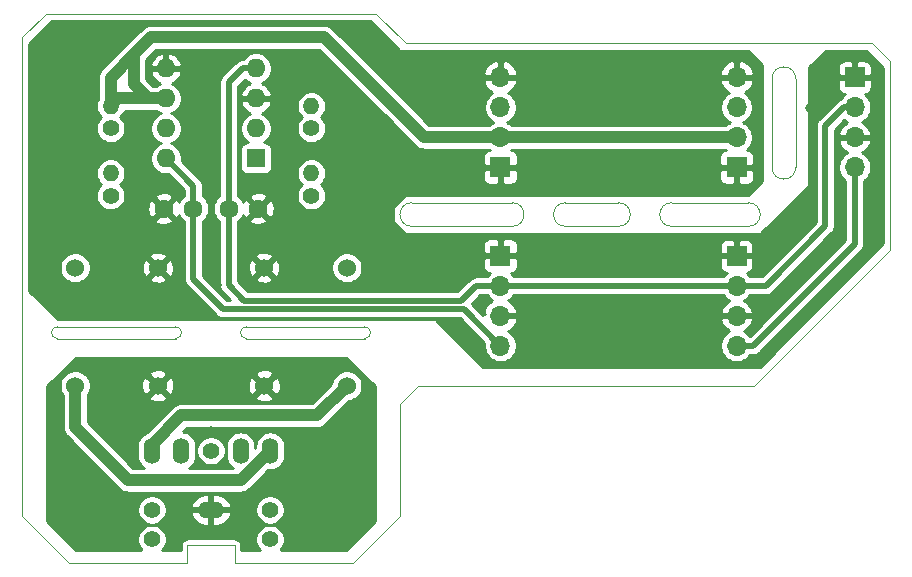
<source format=gbr>
%TF.GenerationSoftware,KiCad,Pcbnew,(5.1.9)-1*%
%TF.CreationDate,2021-03-12T00:34:36-05:00*%
%TF.ProjectId,SummingBoard,53756d6d-696e-4674-926f-6172642e6b69,rev?*%
%TF.SameCoordinates,Original*%
%TF.FileFunction,Copper,L2,Bot*%
%TF.FilePolarity,Positive*%
%FSLAX46Y46*%
G04 Gerber Fmt 4.6, Leading zero omitted, Abs format (unit mm)*
G04 Created by KiCad (PCBNEW (5.1.9)-1) date 2021-03-12 00:34:36*
%MOMM*%
%LPD*%
G01*
G04 APERTURE LIST*
%TA.AperFunction,Profile*%
%ADD10C,0.050000*%
%TD*%
%TA.AperFunction,ComponentPad*%
%ADD11R,1.600000X1.600000*%
%TD*%
%TA.AperFunction,ComponentPad*%
%ADD12O,1.600000X1.600000*%
%TD*%
%TA.AperFunction,ComponentPad*%
%ADD13C,1.524000*%
%TD*%
%TA.AperFunction,ComponentPad*%
%ADD14C,1.400000*%
%TD*%
%TA.AperFunction,ComponentPad*%
%ADD15O,1.400000X1.400000*%
%TD*%
%TA.AperFunction,ComponentPad*%
%ADD16O,1.400000X2.200000*%
%TD*%
%TA.AperFunction,WasherPad*%
%ADD17C,1.400000*%
%TD*%
%TA.AperFunction,ComponentPad*%
%ADD18O,2.200000X1.400000*%
%TD*%
%TA.AperFunction,ComponentPad*%
%ADD19R,1.700000X1.700000*%
%TD*%
%TA.AperFunction,ComponentPad*%
%ADD20O,1.700000X1.700000*%
%TD*%
%TA.AperFunction,ComponentPad*%
%ADD21C,1.600000*%
%TD*%
%TA.AperFunction,ViaPad*%
%ADD22C,0.800000*%
%TD*%
%TA.AperFunction,Conductor*%
%ADD23C,0.500000*%
%TD*%
%TA.AperFunction,Conductor*%
%ADD24C,1.000000*%
%TD*%
%TA.AperFunction,Conductor*%
%ADD25C,0.254000*%
%TD*%
%TA.AperFunction,Conductor*%
%ADD26C,0.100000*%
%TD*%
G04 APERTURE END LIST*
D10*
X97000000Y-57000000D02*
X136500000Y-57000000D01*
X94500000Y-54500000D02*
X97000000Y-57000000D01*
X66500000Y-54500000D02*
X94500000Y-54500000D01*
X138000000Y-58500000D02*
X136500000Y-57000000D01*
X138000000Y-74500000D02*
X138000000Y-58500000D01*
X126500000Y-86000000D02*
X138000000Y-74500000D01*
X98000000Y-86000000D02*
X126500000Y-86000000D01*
X96500000Y-87500000D02*
X98000000Y-86000000D01*
X96500000Y-97000000D02*
X96500000Y-87500000D01*
X92500000Y-101000000D02*
X96500000Y-97000000D01*
X86500000Y-101000000D02*
X92500000Y-101000000D01*
X82500000Y-101000000D02*
X86500000Y-101000000D01*
X82500000Y-99500000D02*
X82500000Y-101000000D01*
X78500000Y-99500000D02*
X82500000Y-99500000D01*
X78500000Y-101000000D02*
X78500000Y-99500000D01*
X68500000Y-101000000D02*
X78500000Y-101000000D01*
X64500000Y-97000000D02*
X68500000Y-101000000D01*
X64500000Y-56500000D02*
X64500000Y-97000000D01*
X64500000Y-56500000D02*
X66500000Y-54500000D01*
X110500000Y-72500000D02*
X115000000Y-72500000D01*
X115000000Y-70500000D02*
X110500000Y-70500000D01*
X115000000Y-70500000D02*
G75*
G02*
X115000000Y-72500000I0J-1000000D01*
G01*
X110500000Y-72500000D02*
G75*
G02*
X110500000Y-70500000I0J1000000D01*
G01*
X130000000Y-67500000D02*
X130000000Y-60000000D01*
X128000000Y-60000000D02*
X128000000Y-67500000D01*
X128000000Y-60000000D02*
G75*
G02*
X130000000Y-60000000I1000000J0D01*
G01*
X130000000Y-67500000D02*
G75*
G02*
X128000000Y-67500000I-1000000J0D01*
G01*
X119500000Y-72500000D02*
X126000000Y-72500000D01*
X119500000Y-70500000D02*
X126000000Y-70500000D01*
X106000000Y-72500000D02*
X97500000Y-72500000D01*
X97500000Y-70500000D02*
X106000000Y-70500000D01*
X97500000Y-72500000D02*
G75*
G02*
X97500000Y-70500000I0J1000000D01*
G01*
X106000000Y-70500000D02*
G75*
G02*
X106000000Y-72500000I0J-1000000D01*
G01*
X126000000Y-70500000D02*
G75*
G02*
X126000000Y-72500000I0J-1000000D01*
G01*
X119500000Y-72500000D02*
G75*
G02*
X119500000Y-70500000I0J1000000D01*
G01*
X67500000Y-82000000D02*
G75*
G02*
X67500000Y-81000000I0J500000D01*
G01*
X93500000Y-81000000D02*
G75*
G02*
X93500000Y-82000000I0J-500000D01*
G01*
X83500000Y-82000000D02*
G75*
G02*
X83500000Y-81000000I0J500000D01*
G01*
X77500000Y-81000000D02*
G75*
G02*
X77500000Y-82000000I0J-500000D01*
G01*
X67500000Y-81000000D02*
X77500000Y-81000000D01*
X77500000Y-82000000D02*
X67500000Y-82000000D01*
X93500000Y-82000000D02*
X83500000Y-82000000D01*
X83500000Y-81000000D02*
X93500000Y-81000000D01*
D11*
%TO.P,U1,1*%
%TO.N,Net-(Rf6-Pad1)*%
X84310000Y-66746500D03*
D12*
%TO.P,U1,5*%
%TO.N,GND*%
X76690000Y-59126500D03*
%TO.P,U1,2*%
%TO.N,/Audio-Right*%
X84310000Y-64206500D03*
%TO.P,U1,6*%
%TO.N,/Audio-Left*%
X76690000Y-61666500D03*
%TO.P,U1,3*%
%TO.N,GND*%
X84310000Y-61666500D03*
%TO.P,U1,7*%
%TO.N,Net-(Rf7-Pad1)*%
X76690000Y-64206500D03*
%TO.P,U1,4*%
%TO.N,VEE*%
X84310000Y-59126500D03*
%TO.P,U1,8*%
%TO.N,VCC*%
X76690000Y-66746500D03*
%TD*%
D13*
%TO.P,T2,4*%
%TO.N,GND*%
X76000000Y-76000000D03*
%TO.P,T2,3*%
%TO.N,Net-(Ro4-Pad1)*%
X69000000Y-76000000D03*
%TO.P,T2,2*%
%TO.N,/Output_Ground*%
X76000000Y-86000000D03*
%TO.P,T2,1*%
%TO.N,Net-(J6-Pad2)*%
X69000000Y-86000000D03*
%TD*%
%TO.P,T1,4*%
%TO.N,Net-(Ro3-Pad1)*%
X92000000Y-76000000D03*
%TO.P,T1,3*%
%TO.N,GND*%
X85000000Y-76000000D03*
%TO.P,T1,2*%
%TO.N,Net-(J6-Pad3)*%
X92000000Y-86000000D03*
%TO.P,T1,1*%
%TO.N,/Output_Ground*%
X85000000Y-86000000D03*
%TD*%
D14*
%TO.P,Ro4,1*%
%TO.N,Net-(Ro4-Pad1)*%
X72000000Y-69900000D03*
D15*
%TO.P,Ro4,2*%
%TO.N,Net-(Rf7-Pad1)*%
X72000000Y-68000000D03*
%TD*%
D14*
%TO.P,Ro3,1*%
%TO.N,Net-(Ro3-Pad1)*%
X89000000Y-69900000D03*
D15*
%TO.P,Ro3,2*%
%TO.N,Net-(Rf6-Pad1)*%
X89000000Y-68000000D03*
%TD*%
D14*
%TO.P,Rf7,1*%
%TO.N,Net-(Rf7-Pad1)*%
X72000000Y-64206500D03*
D15*
%TO.P,Rf7,2*%
%TO.N,/Audio-Left*%
X72000000Y-62306500D03*
%TD*%
D14*
%TO.P,Rf6,1*%
%TO.N,Net-(Rf6-Pad1)*%
X89000000Y-64206500D03*
D15*
%TO.P,Rf6,2*%
%TO.N,/Audio-Right*%
X89000000Y-62306500D03*
%TD*%
D16*
%TO.P,J6,5*%
%TO.N,N/C*%
X78000000Y-91500000D03*
D17*
%TO.P,J6,*%
%TO.N,*%
X75500000Y-96500000D03*
X75500000Y-99000000D03*
X85500000Y-99000000D03*
X85500000Y-96500000D03*
X80500000Y-91500000D03*
D16*
%TO.P,J6,4*%
%TO.N,N/C*%
X83000000Y-91500000D03*
%TO.P,J6,3*%
%TO.N,Net-(J6-Pad3)*%
X75500000Y-91500000D03*
%TO.P,J6,2*%
%TO.N,Net-(J6-Pad2)*%
X85500000Y-91500000D03*
D18*
%TO.P,J6,1*%
%TO.N,/Output_Ground*%
X80500000Y-96500000D03*
%TD*%
D19*
%TO.P,J5,1*%
%TO.N,GND*%
X125000000Y-75000000D03*
D20*
%TO.P,J5,2*%
%TO.N,VEE*%
X125000000Y-77540000D03*
%TO.P,J5,3*%
%TO.N,GND*%
X125000000Y-80080000D03*
%TO.P,J5,4*%
%TO.N,VCC*%
X125000000Y-82620000D03*
%TD*%
D19*
%TO.P,J4,1*%
%TO.N,GND*%
X125000000Y-67500000D03*
D20*
%TO.P,J4,2*%
%TO.N,/Audio-Left*%
X125000000Y-64960000D03*
%TO.P,J4,3*%
%TO.N,/Audio-Right*%
X125000000Y-62420000D03*
%TO.P,J4,4*%
%TO.N,GND*%
X125000000Y-59880000D03*
%TD*%
D19*
%TO.P,J3,1*%
%TO.N,GND*%
X105000000Y-75000000D03*
D20*
%TO.P,J3,2*%
%TO.N,VEE*%
X105000000Y-77540000D03*
%TO.P,J3,3*%
%TO.N,GND*%
X105000000Y-80080000D03*
%TO.P,J3,4*%
%TO.N,VCC*%
X105000000Y-82620000D03*
%TD*%
D19*
%TO.P,J2,1*%
%TO.N,GND*%
X105000000Y-67500000D03*
D20*
%TO.P,J2,2*%
%TO.N,/Audio-Left*%
X105000000Y-64960000D03*
%TO.P,J2,3*%
%TO.N,/Audio-Right*%
X105000000Y-62420000D03*
%TO.P,J2,4*%
%TO.N,GND*%
X105000000Y-59880000D03*
%TD*%
D19*
%TO.P,J1,1*%
%TO.N,GND*%
X135000000Y-59880000D03*
D20*
%TO.P,J1,2*%
%TO.N,VEE*%
X135000000Y-62420000D03*
%TO.P,J1,3*%
%TO.N,GND*%
X135000000Y-64960000D03*
%TO.P,J1,4*%
%TO.N,VCC*%
X135000000Y-67500000D03*
%TD*%
D21*
%TO.P,C4,1*%
%TO.N,GND*%
X84500000Y-71000000D03*
%TO.P,C4,2*%
%TO.N,VEE*%
X82000000Y-71000000D03*
%TD*%
%TO.P,C3,1*%
%TO.N,VCC*%
X79000000Y-71000000D03*
%TO.P,C3,2*%
%TO.N,GND*%
X76500000Y-71000000D03*
%TD*%
D22*
%TO.N,GND*%
X107600000Y-63700000D03*
X122600000Y-63700000D03*
X102400000Y-63700000D03*
X122600000Y-60800000D03*
X107600000Y-60800000D03*
X107600000Y-66600000D03*
X122600000Y-66600000D03*
X102400000Y-60800000D03*
X102400000Y-66600000D03*
X99100000Y-63700000D03*
X95400000Y-63700000D03*
X92800000Y-61100000D03*
X96600000Y-61100000D03*
X123250000Y-78750000D03*
X123250000Y-81500000D03*
X106500000Y-78750000D03*
X106500000Y-81500000D03*
X106500000Y-83750000D03*
X123250000Y-83750000D03*
X107000000Y-76250000D03*
X122750000Y-76250000D03*
X103000000Y-82750000D03*
X103000000Y-75000000D03*
X127000000Y-75000000D03*
X127000000Y-79500000D03*
X127000000Y-83750000D03*
X131250000Y-69750000D03*
X136500000Y-69750000D03*
X133750000Y-69750000D03*
X81000000Y-77500000D03*
X80500000Y-73000000D03*
X80500000Y-68500000D03*
X100500000Y-80750000D03*
X100500000Y-77500000D03*
X131250000Y-62500000D03*
X103250000Y-79000000D03*
%TO.N,/Output_Ground*%
X73500000Y-91500000D03*
X87500000Y-91500000D03*
X80500000Y-89800000D03*
X91500000Y-84000000D03*
X69500000Y-84000000D03*
X80500000Y-84000000D03*
X75000000Y-84000000D03*
X86000000Y-84000000D03*
X67000000Y-86500000D03*
X94000000Y-86500000D03*
X67000000Y-91500000D03*
X94000000Y-91500000D03*
X94000000Y-97000000D03*
X67000000Y-97000000D03*
X69500000Y-99500000D03*
X91500000Y-99500000D03*
%TD*%
D23*
%TO.N,VCC*%
X79000000Y-69056500D02*
X76690000Y-66746500D01*
X79000000Y-71000000D02*
X79000000Y-69056500D01*
X125000000Y-82620000D02*
X126380000Y-82620000D01*
X135000000Y-74000000D02*
X135000000Y-67500000D01*
X126380000Y-82620000D02*
X135000000Y-74000000D01*
X105000000Y-82620000D02*
X101880000Y-79500000D01*
X81500000Y-79500000D02*
X79000000Y-77000000D01*
X79000000Y-77000000D02*
X79000000Y-71000000D01*
X101880000Y-79500000D02*
X81500000Y-79500000D01*
%TO.N,GND*%
X105000000Y-80080000D02*
X105000000Y-80000000D01*
%TO.N,VEE*%
X105000000Y-77540000D02*
X125000000Y-77540000D01*
X105000000Y-77540000D02*
X102960000Y-77540000D01*
X101700010Y-78799990D02*
X83299990Y-78799990D01*
X102960000Y-77540000D02*
X101700010Y-78799990D01*
X83299990Y-78799990D02*
X82000000Y-77500000D01*
X82000000Y-77500000D02*
X82000000Y-71000000D01*
X83173500Y-59126500D02*
X84310000Y-59126500D01*
X82000000Y-60300000D02*
X83173500Y-59126500D01*
X82000000Y-71000000D02*
X82000000Y-60300000D01*
X135000000Y-62420000D02*
X134080000Y-62420000D01*
X134080000Y-62420000D02*
X132500000Y-64000000D01*
X132500000Y-64000000D02*
X132500000Y-72500000D01*
X127460000Y-77540000D02*
X125000000Y-77540000D01*
X132500000Y-72500000D02*
X127460000Y-77540000D01*
D24*
%TO.N,/Audio-Left*%
X125000000Y-64960000D02*
X105000000Y-64960000D01*
X72640000Y-61666500D02*
X72000000Y-62306500D01*
X76690000Y-61666500D02*
X72640000Y-61666500D01*
X98540000Y-64960000D02*
X105000000Y-64960000D01*
X90080000Y-56500000D02*
X98540000Y-64960000D01*
X75400000Y-56500000D02*
X90080000Y-56500000D01*
X72000000Y-62306500D02*
X72000000Y-59900000D01*
X76690000Y-61666500D02*
X75166500Y-61666500D01*
X75166500Y-61666500D02*
X73950000Y-60450000D01*
X73950000Y-57950000D02*
X75400000Y-56500000D01*
X73950000Y-60450000D02*
X73950000Y-57950000D01*
X72000000Y-59900000D02*
X73950000Y-57950000D01*
%TO.N,Net-(J6-Pad3)*%
X92000000Y-86000000D02*
X89500000Y-88500000D01*
X89500000Y-88500000D02*
X78000000Y-88500000D01*
X75500000Y-91000000D02*
X75500000Y-91500000D01*
X78000000Y-88500000D02*
X75500000Y-91000000D01*
%TO.N,Net-(J6-Pad2)*%
X83000000Y-94000000D02*
X85500000Y-91500000D01*
X73500000Y-94000000D02*
X83000000Y-94000000D01*
X69000000Y-89500000D02*
X73500000Y-94000000D01*
X69000000Y-86000000D02*
X69000000Y-89500000D01*
%TD*%
D25*
%TO.N,/Output_Ground*%
X94373000Y-86052606D02*
X94373000Y-97447394D01*
X91947394Y-99873000D01*
X86390524Y-99873000D01*
X86468608Y-99794916D01*
X86605077Y-99590676D01*
X86699079Y-99363737D01*
X86747000Y-99122819D01*
X86747000Y-98877181D01*
X86699079Y-98636263D01*
X86605077Y-98409324D01*
X86468608Y-98205084D01*
X86294916Y-98031392D01*
X86090676Y-97894923D01*
X85863737Y-97800921D01*
X85622819Y-97753000D01*
X85377181Y-97753000D01*
X85136263Y-97800921D01*
X84909324Y-97894923D01*
X84705084Y-98031392D01*
X84531392Y-98205084D01*
X84394923Y-98409324D01*
X84300921Y-98636263D01*
X84253000Y-98877181D01*
X84253000Y-99122819D01*
X84300921Y-99363737D01*
X84394923Y-99590676D01*
X84531392Y-99794916D01*
X84609476Y-99873000D01*
X83072000Y-99873000D01*
X83072000Y-99528094D01*
X83074767Y-99500000D01*
X83063723Y-99387869D01*
X83031015Y-99280046D01*
X82977901Y-99180677D01*
X82906422Y-99093578D01*
X82819323Y-99022099D01*
X82719954Y-98968985D01*
X82612131Y-98936277D01*
X82528094Y-98928000D01*
X82528093Y-98928000D01*
X82500000Y-98925233D01*
X82471906Y-98928000D01*
X78528094Y-98928000D01*
X78500000Y-98925233D01*
X78471907Y-98928000D01*
X78471906Y-98928000D01*
X78387869Y-98936277D01*
X78280046Y-98968985D01*
X78180677Y-99022099D01*
X78093578Y-99093578D01*
X78022099Y-99180677D01*
X77968985Y-99280046D01*
X77936277Y-99387869D01*
X77925233Y-99500000D01*
X77928001Y-99528103D01*
X77928001Y-99873000D01*
X76390524Y-99873000D01*
X76468608Y-99794916D01*
X76605077Y-99590676D01*
X76699079Y-99363737D01*
X76747000Y-99122819D01*
X76747000Y-98877181D01*
X76699079Y-98636263D01*
X76605077Y-98409324D01*
X76468608Y-98205084D01*
X76294916Y-98031392D01*
X76090676Y-97894923D01*
X75863737Y-97800921D01*
X75622819Y-97753000D01*
X75377181Y-97753000D01*
X75136263Y-97800921D01*
X74909324Y-97894923D01*
X74705084Y-98031392D01*
X74531392Y-98205084D01*
X74394923Y-98409324D01*
X74300921Y-98636263D01*
X74253000Y-98877181D01*
X74253000Y-99122819D01*
X74300921Y-99363737D01*
X74394923Y-99590676D01*
X74531392Y-99794916D01*
X74609476Y-99873000D01*
X69052606Y-99873000D01*
X66627000Y-97447394D01*
X66627000Y-96377181D01*
X74253000Y-96377181D01*
X74253000Y-96622819D01*
X74300921Y-96863737D01*
X74394923Y-97090676D01*
X74531392Y-97294916D01*
X74705084Y-97468608D01*
X74909324Y-97605077D01*
X75136263Y-97699079D01*
X75377181Y-97747000D01*
X75622819Y-97747000D01*
X75863737Y-97699079D01*
X76090676Y-97605077D01*
X76294916Y-97468608D01*
X76468608Y-97294916D01*
X76605077Y-97090676D01*
X76699079Y-96863737D01*
X76705127Y-96833329D01*
X78807284Y-96833329D01*
X78818020Y-96893550D01*
X78919431Y-97136090D01*
X79066210Y-97354185D01*
X79252717Y-97539455D01*
X79471785Y-97684779D01*
X79714995Y-97784572D01*
X79973000Y-97835000D01*
X80373000Y-97835000D01*
X80373000Y-96627000D01*
X80627000Y-96627000D01*
X80627000Y-97835000D01*
X81027000Y-97835000D01*
X81285005Y-97784572D01*
X81528215Y-97684779D01*
X81747283Y-97539455D01*
X81933790Y-97354185D01*
X82080569Y-97136090D01*
X82181980Y-96893550D01*
X82192716Y-96833329D01*
X82069374Y-96627000D01*
X80627000Y-96627000D01*
X80373000Y-96627000D01*
X78930626Y-96627000D01*
X78807284Y-96833329D01*
X76705127Y-96833329D01*
X76747000Y-96622819D01*
X76747000Y-96377181D01*
X84253000Y-96377181D01*
X84253000Y-96622819D01*
X84300921Y-96863737D01*
X84394923Y-97090676D01*
X84531392Y-97294916D01*
X84705084Y-97468608D01*
X84909324Y-97605077D01*
X85136263Y-97699079D01*
X85377181Y-97747000D01*
X85622819Y-97747000D01*
X85863737Y-97699079D01*
X86090676Y-97605077D01*
X86294916Y-97468608D01*
X86468608Y-97294916D01*
X86605077Y-97090676D01*
X86699079Y-96863737D01*
X86747000Y-96622819D01*
X86747000Y-96377181D01*
X86699079Y-96136263D01*
X86605077Y-95909324D01*
X86468608Y-95705084D01*
X86294916Y-95531392D01*
X86090676Y-95394923D01*
X85863737Y-95300921D01*
X85622819Y-95253000D01*
X85377181Y-95253000D01*
X85136263Y-95300921D01*
X84909324Y-95394923D01*
X84705084Y-95531392D01*
X84531392Y-95705084D01*
X84394923Y-95909324D01*
X84300921Y-96136263D01*
X84253000Y-96377181D01*
X76747000Y-96377181D01*
X76705128Y-96166671D01*
X78807284Y-96166671D01*
X78930626Y-96373000D01*
X80373000Y-96373000D01*
X80373000Y-95165000D01*
X80627000Y-95165000D01*
X80627000Y-96373000D01*
X82069374Y-96373000D01*
X82192716Y-96166671D01*
X82181980Y-96106450D01*
X82080569Y-95863910D01*
X81933790Y-95645815D01*
X81747283Y-95460545D01*
X81528215Y-95315221D01*
X81285005Y-95215428D01*
X81027000Y-95165000D01*
X80627000Y-95165000D01*
X80373000Y-95165000D01*
X79973000Y-95165000D01*
X79714995Y-95215428D01*
X79471785Y-95315221D01*
X79252717Y-95460545D01*
X79066210Y-95645815D01*
X78919431Y-95863910D01*
X78818020Y-96106450D01*
X78807284Y-96166671D01*
X76705128Y-96166671D01*
X76699079Y-96136263D01*
X76605077Y-95909324D01*
X76468608Y-95705084D01*
X76294916Y-95531392D01*
X76090676Y-95394923D01*
X75863737Y-95300921D01*
X75622819Y-95253000D01*
X75377181Y-95253000D01*
X75136263Y-95300921D01*
X74909324Y-95394923D01*
X74705084Y-95531392D01*
X74531392Y-95705084D01*
X74394923Y-95909324D01*
X74300921Y-96136263D01*
X74253000Y-96377181D01*
X66627000Y-96377181D01*
X66627000Y-86052606D01*
X66808531Y-85871075D01*
X67691000Y-85871075D01*
X67691000Y-86128925D01*
X67741304Y-86381821D01*
X67839979Y-86620044D01*
X67953000Y-86789192D01*
X67953001Y-89448574D01*
X67947936Y-89500000D01*
X67968151Y-89705247D01*
X68028019Y-89902607D01*
X68125240Y-90084495D01*
X68223296Y-90203977D01*
X68223301Y-90203982D01*
X68256079Y-90243922D01*
X68296019Y-90276700D01*
X72723300Y-94703982D01*
X72756078Y-94743922D01*
X72796018Y-94776700D01*
X72796022Y-94776704D01*
X72915504Y-94874760D01*
X73097392Y-94971981D01*
X73294752Y-95031850D01*
X73448574Y-95047000D01*
X73448583Y-95047000D01*
X73499999Y-95052064D01*
X73551415Y-95047000D01*
X82948584Y-95047000D01*
X83000000Y-95052064D01*
X83051416Y-95047000D01*
X83051426Y-95047000D01*
X83205248Y-95031850D01*
X83402608Y-94971981D01*
X83584496Y-94874760D01*
X83743922Y-94743922D01*
X83776705Y-94703976D01*
X85343102Y-93137580D01*
X85500000Y-93153033D01*
X85744455Y-93128956D01*
X85979515Y-93057652D01*
X86196148Y-92941859D01*
X86386028Y-92786028D01*
X86541859Y-92596148D01*
X86657652Y-92379515D01*
X86728956Y-92144454D01*
X86747000Y-91961252D01*
X86747000Y-91038747D01*
X86728956Y-90855545D01*
X86657652Y-90620485D01*
X86541859Y-90403852D01*
X86386028Y-90213972D01*
X86196147Y-90058141D01*
X85979514Y-89942348D01*
X85744454Y-89871044D01*
X85500000Y-89846967D01*
X85255545Y-89871044D01*
X85020485Y-89942348D01*
X84803852Y-90058141D01*
X84613972Y-90213972D01*
X84458141Y-90403853D01*
X84342348Y-90620486D01*
X84271044Y-90855546D01*
X84253000Y-91038748D01*
X84253000Y-91266318D01*
X84247000Y-91272318D01*
X84247000Y-91038747D01*
X84228956Y-90855545D01*
X84157652Y-90620485D01*
X84041859Y-90403852D01*
X83886028Y-90213972D01*
X83696147Y-90058141D01*
X83479514Y-89942348D01*
X83244454Y-89871044D01*
X83000000Y-89846967D01*
X82755545Y-89871044D01*
X82520485Y-89942348D01*
X82303852Y-90058141D01*
X82113972Y-90213972D01*
X81958141Y-90403853D01*
X81842348Y-90620486D01*
X81771044Y-90855546D01*
X81753000Y-91038748D01*
X81753000Y-91961253D01*
X81771044Y-92144455D01*
X81842348Y-92379515D01*
X81958142Y-92596148D01*
X82113973Y-92786028D01*
X82303853Y-92941859D01*
X82324696Y-92953000D01*
X78675305Y-92953000D01*
X78696148Y-92941859D01*
X78886028Y-92786028D01*
X79041859Y-92596148D01*
X79157652Y-92379515D01*
X79228956Y-92144454D01*
X79247000Y-91961252D01*
X79247000Y-91377181D01*
X79253000Y-91377181D01*
X79253000Y-91622819D01*
X79300921Y-91863737D01*
X79394923Y-92090676D01*
X79531392Y-92294916D01*
X79705084Y-92468608D01*
X79909324Y-92605077D01*
X80136263Y-92699079D01*
X80377181Y-92747000D01*
X80622819Y-92747000D01*
X80863737Y-92699079D01*
X81090676Y-92605077D01*
X81294916Y-92468608D01*
X81468608Y-92294916D01*
X81605077Y-92090676D01*
X81699079Y-91863737D01*
X81747000Y-91622819D01*
X81747000Y-91377181D01*
X81699079Y-91136263D01*
X81605077Y-90909324D01*
X81468608Y-90705084D01*
X81294916Y-90531392D01*
X81090676Y-90394923D01*
X80863737Y-90300921D01*
X80622819Y-90253000D01*
X80377181Y-90253000D01*
X80136263Y-90300921D01*
X79909324Y-90394923D01*
X79705084Y-90531392D01*
X79531392Y-90705084D01*
X79394923Y-90909324D01*
X79300921Y-91136263D01*
X79253000Y-91377181D01*
X79247000Y-91377181D01*
X79247000Y-91038747D01*
X79228956Y-90855545D01*
X79157652Y-90620485D01*
X79041859Y-90403852D01*
X78886028Y-90213972D01*
X78696147Y-90058141D01*
X78479514Y-89942348D01*
X78244454Y-89871044D01*
X78121726Y-89858956D01*
X78433682Y-89547000D01*
X89448584Y-89547000D01*
X89500000Y-89552064D01*
X89551416Y-89547000D01*
X89551426Y-89547000D01*
X89705248Y-89531850D01*
X89902608Y-89471981D01*
X90084496Y-89374760D01*
X90243922Y-89243922D01*
X90276705Y-89203976D01*
X92182298Y-87298383D01*
X92381821Y-87258696D01*
X92620044Y-87160021D01*
X92834439Y-87016767D01*
X93016767Y-86834439D01*
X93160021Y-86620044D01*
X93258696Y-86381821D01*
X93309000Y-86128925D01*
X93309000Y-85871075D01*
X93258696Y-85618179D01*
X93160021Y-85379956D01*
X93016767Y-85165561D01*
X92834439Y-84983233D01*
X92620044Y-84839979D01*
X92381821Y-84741304D01*
X92128925Y-84691000D01*
X91871075Y-84691000D01*
X91618179Y-84741304D01*
X91379956Y-84839979D01*
X91165561Y-84983233D01*
X90983233Y-85165561D01*
X90839979Y-85379956D01*
X90741304Y-85618179D01*
X90701617Y-85817702D01*
X89066319Y-87453000D01*
X78051416Y-87453000D01*
X78000000Y-87447936D01*
X77948584Y-87453000D01*
X77948574Y-87453000D01*
X77794752Y-87468150D01*
X77597392Y-87528019D01*
X77415504Y-87625240D01*
X77296022Y-87723296D01*
X77296018Y-87723300D01*
X77256078Y-87756078D01*
X77223300Y-87796018D01*
X75101566Y-89917752D01*
X75020485Y-89942348D01*
X74803852Y-90058141D01*
X74613972Y-90213972D01*
X74458141Y-90403853D01*
X74342348Y-90620486D01*
X74271044Y-90855546D01*
X74253000Y-91038748D01*
X74253000Y-91961253D01*
X74271044Y-92144455D01*
X74342348Y-92379515D01*
X74458142Y-92596148D01*
X74613973Y-92786028D01*
X74803853Y-92941859D01*
X74824696Y-92953000D01*
X73933682Y-92953000D01*
X70047000Y-89066319D01*
X70047000Y-86965565D01*
X75214040Y-86965565D01*
X75281020Y-87205656D01*
X75530048Y-87322756D01*
X75797135Y-87389023D01*
X76072017Y-87401910D01*
X76344133Y-87360922D01*
X76603023Y-87267636D01*
X76718980Y-87205656D01*
X76785960Y-86965565D01*
X84214040Y-86965565D01*
X84281020Y-87205656D01*
X84530048Y-87322756D01*
X84797135Y-87389023D01*
X85072017Y-87401910D01*
X85344133Y-87360922D01*
X85603023Y-87267636D01*
X85718980Y-87205656D01*
X85785960Y-86965565D01*
X85000000Y-86179605D01*
X84214040Y-86965565D01*
X76785960Y-86965565D01*
X76000000Y-86179605D01*
X75214040Y-86965565D01*
X70047000Y-86965565D01*
X70047000Y-86789192D01*
X70160021Y-86620044D01*
X70258696Y-86381821D01*
X70309000Y-86128925D01*
X70309000Y-86072017D01*
X74598090Y-86072017D01*
X74639078Y-86344133D01*
X74732364Y-86603023D01*
X74794344Y-86718980D01*
X75034435Y-86785960D01*
X75820395Y-86000000D01*
X76179605Y-86000000D01*
X76965565Y-86785960D01*
X77205656Y-86718980D01*
X77322756Y-86469952D01*
X77389023Y-86202865D01*
X77395157Y-86072017D01*
X83598090Y-86072017D01*
X83639078Y-86344133D01*
X83732364Y-86603023D01*
X83794344Y-86718980D01*
X84034435Y-86785960D01*
X84820395Y-86000000D01*
X85179605Y-86000000D01*
X85965565Y-86785960D01*
X86205656Y-86718980D01*
X86322756Y-86469952D01*
X86389023Y-86202865D01*
X86401910Y-85927983D01*
X86360922Y-85655867D01*
X86267636Y-85396977D01*
X86205656Y-85281020D01*
X85965565Y-85214040D01*
X85179605Y-86000000D01*
X84820395Y-86000000D01*
X84034435Y-85214040D01*
X83794344Y-85281020D01*
X83677244Y-85530048D01*
X83610977Y-85797135D01*
X83598090Y-86072017D01*
X77395157Y-86072017D01*
X77401910Y-85927983D01*
X77360922Y-85655867D01*
X77267636Y-85396977D01*
X77205656Y-85281020D01*
X76965565Y-85214040D01*
X76179605Y-86000000D01*
X75820395Y-86000000D01*
X75034435Y-85214040D01*
X74794344Y-85281020D01*
X74677244Y-85530048D01*
X74610977Y-85797135D01*
X74598090Y-86072017D01*
X70309000Y-86072017D01*
X70309000Y-85871075D01*
X70258696Y-85618179D01*
X70160021Y-85379956D01*
X70016767Y-85165561D01*
X69885641Y-85034435D01*
X75214040Y-85034435D01*
X76000000Y-85820395D01*
X76785960Y-85034435D01*
X84214040Y-85034435D01*
X85000000Y-85820395D01*
X85785960Y-85034435D01*
X85718980Y-84794344D01*
X85469952Y-84677244D01*
X85202865Y-84610977D01*
X84927983Y-84598090D01*
X84655867Y-84639078D01*
X84396977Y-84732364D01*
X84281020Y-84794344D01*
X84214040Y-85034435D01*
X76785960Y-85034435D01*
X76718980Y-84794344D01*
X76469952Y-84677244D01*
X76202865Y-84610977D01*
X75927983Y-84598090D01*
X75655867Y-84639078D01*
X75396977Y-84732364D01*
X75281020Y-84794344D01*
X75214040Y-85034435D01*
X69885641Y-85034435D01*
X69834439Y-84983233D01*
X69620044Y-84839979D01*
X69381821Y-84741304D01*
X69128925Y-84691000D01*
X68871075Y-84691000D01*
X68618179Y-84741304D01*
X68379956Y-84839979D01*
X68165561Y-84983233D01*
X67983233Y-85165561D01*
X67839979Y-85379956D01*
X67741304Y-85618179D01*
X67691000Y-85871075D01*
X66808531Y-85871075D01*
X69052606Y-83627000D01*
X91947394Y-83627000D01*
X94373000Y-86052606D01*
%TA.AperFunction,Conductor*%
D26*
G36*
X94373000Y-86052606D02*
G01*
X94373000Y-97447394D01*
X91947394Y-99873000D01*
X86390524Y-99873000D01*
X86468608Y-99794916D01*
X86605077Y-99590676D01*
X86699079Y-99363737D01*
X86747000Y-99122819D01*
X86747000Y-98877181D01*
X86699079Y-98636263D01*
X86605077Y-98409324D01*
X86468608Y-98205084D01*
X86294916Y-98031392D01*
X86090676Y-97894923D01*
X85863737Y-97800921D01*
X85622819Y-97753000D01*
X85377181Y-97753000D01*
X85136263Y-97800921D01*
X84909324Y-97894923D01*
X84705084Y-98031392D01*
X84531392Y-98205084D01*
X84394923Y-98409324D01*
X84300921Y-98636263D01*
X84253000Y-98877181D01*
X84253000Y-99122819D01*
X84300921Y-99363737D01*
X84394923Y-99590676D01*
X84531392Y-99794916D01*
X84609476Y-99873000D01*
X83072000Y-99873000D01*
X83072000Y-99528094D01*
X83074767Y-99500000D01*
X83063723Y-99387869D01*
X83031015Y-99280046D01*
X82977901Y-99180677D01*
X82906422Y-99093578D01*
X82819323Y-99022099D01*
X82719954Y-98968985D01*
X82612131Y-98936277D01*
X82528094Y-98928000D01*
X82528093Y-98928000D01*
X82500000Y-98925233D01*
X82471906Y-98928000D01*
X78528094Y-98928000D01*
X78500000Y-98925233D01*
X78471907Y-98928000D01*
X78471906Y-98928000D01*
X78387869Y-98936277D01*
X78280046Y-98968985D01*
X78180677Y-99022099D01*
X78093578Y-99093578D01*
X78022099Y-99180677D01*
X77968985Y-99280046D01*
X77936277Y-99387869D01*
X77925233Y-99500000D01*
X77928001Y-99528103D01*
X77928001Y-99873000D01*
X76390524Y-99873000D01*
X76468608Y-99794916D01*
X76605077Y-99590676D01*
X76699079Y-99363737D01*
X76747000Y-99122819D01*
X76747000Y-98877181D01*
X76699079Y-98636263D01*
X76605077Y-98409324D01*
X76468608Y-98205084D01*
X76294916Y-98031392D01*
X76090676Y-97894923D01*
X75863737Y-97800921D01*
X75622819Y-97753000D01*
X75377181Y-97753000D01*
X75136263Y-97800921D01*
X74909324Y-97894923D01*
X74705084Y-98031392D01*
X74531392Y-98205084D01*
X74394923Y-98409324D01*
X74300921Y-98636263D01*
X74253000Y-98877181D01*
X74253000Y-99122819D01*
X74300921Y-99363737D01*
X74394923Y-99590676D01*
X74531392Y-99794916D01*
X74609476Y-99873000D01*
X69052606Y-99873000D01*
X66627000Y-97447394D01*
X66627000Y-96377181D01*
X74253000Y-96377181D01*
X74253000Y-96622819D01*
X74300921Y-96863737D01*
X74394923Y-97090676D01*
X74531392Y-97294916D01*
X74705084Y-97468608D01*
X74909324Y-97605077D01*
X75136263Y-97699079D01*
X75377181Y-97747000D01*
X75622819Y-97747000D01*
X75863737Y-97699079D01*
X76090676Y-97605077D01*
X76294916Y-97468608D01*
X76468608Y-97294916D01*
X76605077Y-97090676D01*
X76699079Y-96863737D01*
X76705127Y-96833329D01*
X78807284Y-96833329D01*
X78818020Y-96893550D01*
X78919431Y-97136090D01*
X79066210Y-97354185D01*
X79252717Y-97539455D01*
X79471785Y-97684779D01*
X79714995Y-97784572D01*
X79973000Y-97835000D01*
X80373000Y-97835000D01*
X80373000Y-96627000D01*
X80627000Y-96627000D01*
X80627000Y-97835000D01*
X81027000Y-97835000D01*
X81285005Y-97784572D01*
X81528215Y-97684779D01*
X81747283Y-97539455D01*
X81933790Y-97354185D01*
X82080569Y-97136090D01*
X82181980Y-96893550D01*
X82192716Y-96833329D01*
X82069374Y-96627000D01*
X80627000Y-96627000D01*
X80373000Y-96627000D01*
X78930626Y-96627000D01*
X78807284Y-96833329D01*
X76705127Y-96833329D01*
X76747000Y-96622819D01*
X76747000Y-96377181D01*
X84253000Y-96377181D01*
X84253000Y-96622819D01*
X84300921Y-96863737D01*
X84394923Y-97090676D01*
X84531392Y-97294916D01*
X84705084Y-97468608D01*
X84909324Y-97605077D01*
X85136263Y-97699079D01*
X85377181Y-97747000D01*
X85622819Y-97747000D01*
X85863737Y-97699079D01*
X86090676Y-97605077D01*
X86294916Y-97468608D01*
X86468608Y-97294916D01*
X86605077Y-97090676D01*
X86699079Y-96863737D01*
X86747000Y-96622819D01*
X86747000Y-96377181D01*
X86699079Y-96136263D01*
X86605077Y-95909324D01*
X86468608Y-95705084D01*
X86294916Y-95531392D01*
X86090676Y-95394923D01*
X85863737Y-95300921D01*
X85622819Y-95253000D01*
X85377181Y-95253000D01*
X85136263Y-95300921D01*
X84909324Y-95394923D01*
X84705084Y-95531392D01*
X84531392Y-95705084D01*
X84394923Y-95909324D01*
X84300921Y-96136263D01*
X84253000Y-96377181D01*
X76747000Y-96377181D01*
X76705128Y-96166671D01*
X78807284Y-96166671D01*
X78930626Y-96373000D01*
X80373000Y-96373000D01*
X80373000Y-95165000D01*
X80627000Y-95165000D01*
X80627000Y-96373000D01*
X82069374Y-96373000D01*
X82192716Y-96166671D01*
X82181980Y-96106450D01*
X82080569Y-95863910D01*
X81933790Y-95645815D01*
X81747283Y-95460545D01*
X81528215Y-95315221D01*
X81285005Y-95215428D01*
X81027000Y-95165000D01*
X80627000Y-95165000D01*
X80373000Y-95165000D01*
X79973000Y-95165000D01*
X79714995Y-95215428D01*
X79471785Y-95315221D01*
X79252717Y-95460545D01*
X79066210Y-95645815D01*
X78919431Y-95863910D01*
X78818020Y-96106450D01*
X78807284Y-96166671D01*
X76705128Y-96166671D01*
X76699079Y-96136263D01*
X76605077Y-95909324D01*
X76468608Y-95705084D01*
X76294916Y-95531392D01*
X76090676Y-95394923D01*
X75863737Y-95300921D01*
X75622819Y-95253000D01*
X75377181Y-95253000D01*
X75136263Y-95300921D01*
X74909324Y-95394923D01*
X74705084Y-95531392D01*
X74531392Y-95705084D01*
X74394923Y-95909324D01*
X74300921Y-96136263D01*
X74253000Y-96377181D01*
X66627000Y-96377181D01*
X66627000Y-86052606D01*
X66808531Y-85871075D01*
X67691000Y-85871075D01*
X67691000Y-86128925D01*
X67741304Y-86381821D01*
X67839979Y-86620044D01*
X67953000Y-86789192D01*
X67953001Y-89448574D01*
X67947936Y-89500000D01*
X67968151Y-89705247D01*
X68028019Y-89902607D01*
X68125240Y-90084495D01*
X68223296Y-90203977D01*
X68223301Y-90203982D01*
X68256079Y-90243922D01*
X68296019Y-90276700D01*
X72723300Y-94703982D01*
X72756078Y-94743922D01*
X72796018Y-94776700D01*
X72796022Y-94776704D01*
X72915504Y-94874760D01*
X73097392Y-94971981D01*
X73294752Y-95031850D01*
X73448574Y-95047000D01*
X73448583Y-95047000D01*
X73499999Y-95052064D01*
X73551415Y-95047000D01*
X82948584Y-95047000D01*
X83000000Y-95052064D01*
X83051416Y-95047000D01*
X83051426Y-95047000D01*
X83205248Y-95031850D01*
X83402608Y-94971981D01*
X83584496Y-94874760D01*
X83743922Y-94743922D01*
X83776705Y-94703976D01*
X85343102Y-93137580D01*
X85500000Y-93153033D01*
X85744455Y-93128956D01*
X85979515Y-93057652D01*
X86196148Y-92941859D01*
X86386028Y-92786028D01*
X86541859Y-92596148D01*
X86657652Y-92379515D01*
X86728956Y-92144454D01*
X86747000Y-91961252D01*
X86747000Y-91038747D01*
X86728956Y-90855545D01*
X86657652Y-90620485D01*
X86541859Y-90403852D01*
X86386028Y-90213972D01*
X86196147Y-90058141D01*
X85979514Y-89942348D01*
X85744454Y-89871044D01*
X85500000Y-89846967D01*
X85255545Y-89871044D01*
X85020485Y-89942348D01*
X84803852Y-90058141D01*
X84613972Y-90213972D01*
X84458141Y-90403853D01*
X84342348Y-90620486D01*
X84271044Y-90855546D01*
X84253000Y-91038748D01*
X84253000Y-91266318D01*
X84247000Y-91272318D01*
X84247000Y-91038747D01*
X84228956Y-90855545D01*
X84157652Y-90620485D01*
X84041859Y-90403852D01*
X83886028Y-90213972D01*
X83696147Y-90058141D01*
X83479514Y-89942348D01*
X83244454Y-89871044D01*
X83000000Y-89846967D01*
X82755545Y-89871044D01*
X82520485Y-89942348D01*
X82303852Y-90058141D01*
X82113972Y-90213972D01*
X81958141Y-90403853D01*
X81842348Y-90620486D01*
X81771044Y-90855546D01*
X81753000Y-91038748D01*
X81753000Y-91961253D01*
X81771044Y-92144455D01*
X81842348Y-92379515D01*
X81958142Y-92596148D01*
X82113973Y-92786028D01*
X82303853Y-92941859D01*
X82324696Y-92953000D01*
X78675305Y-92953000D01*
X78696148Y-92941859D01*
X78886028Y-92786028D01*
X79041859Y-92596148D01*
X79157652Y-92379515D01*
X79228956Y-92144454D01*
X79247000Y-91961252D01*
X79247000Y-91377181D01*
X79253000Y-91377181D01*
X79253000Y-91622819D01*
X79300921Y-91863737D01*
X79394923Y-92090676D01*
X79531392Y-92294916D01*
X79705084Y-92468608D01*
X79909324Y-92605077D01*
X80136263Y-92699079D01*
X80377181Y-92747000D01*
X80622819Y-92747000D01*
X80863737Y-92699079D01*
X81090676Y-92605077D01*
X81294916Y-92468608D01*
X81468608Y-92294916D01*
X81605077Y-92090676D01*
X81699079Y-91863737D01*
X81747000Y-91622819D01*
X81747000Y-91377181D01*
X81699079Y-91136263D01*
X81605077Y-90909324D01*
X81468608Y-90705084D01*
X81294916Y-90531392D01*
X81090676Y-90394923D01*
X80863737Y-90300921D01*
X80622819Y-90253000D01*
X80377181Y-90253000D01*
X80136263Y-90300921D01*
X79909324Y-90394923D01*
X79705084Y-90531392D01*
X79531392Y-90705084D01*
X79394923Y-90909324D01*
X79300921Y-91136263D01*
X79253000Y-91377181D01*
X79247000Y-91377181D01*
X79247000Y-91038747D01*
X79228956Y-90855545D01*
X79157652Y-90620485D01*
X79041859Y-90403852D01*
X78886028Y-90213972D01*
X78696147Y-90058141D01*
X78479514Y-89942348D01*
X78244454Y-89871044D01*
X78121726Y-89858956D01*
X78433682Y-89547000D01*
X89448584Y-89547000D01*
X89500000Y-89552064D01*
X89551416Y-89547000D01*
X89551426Y-89547000D01*
X89705248Y-89531850D01*
X89902608Y-89471981D01*
X90084496Y-89374760D01*
X90243922Y-89243922D01*
X90276705Y-89203976D01*
X92182298Y-87298383D01*
X92381821Y-87258696D01*
X92620044Y-87160021D01*
X92834439Y-87016767D01*
X93016767Y-86834439D01*
X93160021Y-86620044D01*
X93258696Y-86381821D01*
X93309000Y-86128925D01*
X93309000Y-85871075D01*
X93258696Y-85618179D01*
X93160021Y-85379956D01*
X93016767Y-85165561D01*
X92834439Y-84983233D01*
X92620044Y-84839979D01*
X92381821Y-84741304D01*
X92128925Y-84691000D01*
X91871075Y-84691000D01*
X91618179Y-84741304D01*
X91379956Y-84839979D01*
X91165561Y-84983233D01*
X90983233Y-85165561D01*
X90839979Y-85379956D01*
X90741304Y-85618179D01*
X90701617Y-85817702D01*
X89066319Y-87453000D01*
X78051416Y-87453000D01*
X78000000Y-87447936D01*
X77948584Y-87453000D01*
X77948574Y-87453000D01*
X77794752Y-87468150D01*
X77597392Y-87528019D01*
X77415504Y-87625240D01*
X77296022Y-87723296D01*
X77296018Y-87723300D01*
X77256078Y-87756078D01*
X77223300Y-87796018D01*
X75101566Y-89917752D01*
X75020485Y-89942348D01*
X74803852Y-90058141D01*
X74613972Y-90213972D01*
X74458141Y-90403853D01*
X74342348Y-90620486D01*
X74271044Y-90855546D01*
X74253000Y-91038748D01*
X74253000Y-91961253D01*
X74271044Y-92144455D01*
X74342348Y-92379515D01*
X74458142Y-92596148D01*
X74613973Y-92786028D01*
X74803853Y-92941859D01*
X74824696Y-92953000D01*
X73933682Y-92953000D01*
X70047000Y-89066319D01*
X70047000Y-86965565D01*
X75214040Y-86965565D01*
X75281020Y-87205656D01*
X75530048Y-87322756D01*
X75797135Y-87389023D01*
X76072017Y-87401910D01*
X76344133Y-87360922D01*
X76603023Y-87267636D01*
X76718980Y-87205656D01*
X76785960Y-86965565D01*
X84214040Y-86965565D01*
X84281020Y-87205656D01*
X84530048Y-87322756D01*
X84797135Y-87389023D01*
X85072017Y-87401910D01*
X85344133Y-87360922D01*
X85603023Y-87267636D01*
X85718980Y-87205656D01*
X85785960Y-86965565D01*
X85000000Y-86179605D01*
X84214040Y-86965565D01*
X76785960Y-86965565D01*
X76000000Y-86179605D01*
X75214040Y-86965565D01*
X70047000Y-86965565D01*
X70047000Y-86789192D01*
X70160021Y-86620044D01*
X70258696Y-86381821D01*
X70309000Y-86128925D01*
X70309000Y-86072017D01*
X74598090Y-86072017D01*
X74639078Y-86344133D01*
X74732364Y-86603023D01*
X74794344Y-86718980D01*
X75034435Y-86785960D01*
X75820395Y-86000000D01*
X76179605Y-86000000D01*
X76965565Y-86785960D01*
X77205656Y-86718980D01*
X77322756Y-86469952D01*
X77389023Y-86202865D01*
X77395157Y-86072017D01*
X83598090Y-86072017D01*
X83639078Y-86344133D01*
X83732364Y-86603023D01*
X83794344Y-86718980D01*
X84034435Y-86785960D01*
X84820395Y-86000000D01*
X85179605Y-86000000D01*
X85965565Y-86785960D01*
X86205656Y-86718980D01*
X86322756Y-86469952D01*
X86389023Y-86202865D01*
X86401910Y-85927983D01*
X86360922Y-85655867D01*
X86267636Y-85396977D01*
X86205656Y-85281020D01*
X85965565Y-85214040D01*
X85179605Y-86000000D01*
X84820395Y-86000000D01*
X84034435Y-85214040D01*
X83794344Y-85281020D01*
X83677244Y-85530048D01*
X83610977Y-85797135D01*
X83598090Y-86072017D01*
X77395157Y-86072017D01*
X77401910Y-85927983D01*
X77360922Y-85655867D01*
X77267636Y-85396977D01*
X77205656Y-85281020D01*
X76965565Y-85214040D01*
X76179605Y-86000000D01*
X75820395Y-86000000D01*
X75034435Y-85214040D01*
X74794344Y-85281020D01*
X74677244Y-85530048D01*
X74610977Y-85797135D01*
X74598090Y-86072017D01*
X70309000Y-86072017D01*
X70309000Y-85871075D01*
X70258696Y-85618179D01*
X70160021Y-85379956D01*
X70016767Y-85165561D01*
X69885641Y-85034435D01*
X75214040Y-85034435D01*
X76000000Y-85820395D01*
X76785960Y-85034435D01*
X84214040Y-85034435D01*
X85000000Y-85820395D01*
X85785960Y-85034435D01*
X85718980Y-84794344D01*
X85469952Y-84677244D01*
X85202865Y-84610977D01*
X84927983Y-84598090D01*
X84655867Y-84639078D01*
X84396977Y-84732364D01*
X84281020Y-84794344D01*
X84214040Y-85034435D01*
X76785960Y-85034435D01*
X76718980Y-84794344D01*
X76469952Y-84677244D01*
X76202865Y-84610977D01*
X75927983Y-84598090D01*
X75655867Y-84639078D01*
X75396977Y-84732364D01*
X75281020Y-84794344D01*
X75214040Y-85034435D01*
X69885641Y-85034435D01*
X69834439Y-84983233D01*
X69620044Y-84839979D01*
X69381821Y-84741304D01*
X69128925Y-84691000D01*
X68871075Y-84691000D01*
X68618179Y-84741304D01*
X68379956Y-84839979D01*
X68165561Y-84983233D01*
X67983233Y-85165561D01*
X67839979Y-85379956D01*
X67741304Y-85618179D01*
X67691000Y-85871075D01*
X66808531Y-85871075D01*
X69052606Y-83627000D01*
X91947394Y-83627000D01*
X94373000Y-86052606D01*
G37*
%TD.AperFunction*%
%TD*%
D25*
%TO.N,GND*%
X95873000Y-57052606D02*
X95873000Y-60812319D01*
X90856705Y-55796024D01*
X90823922Y-55756078D01*
X90664496Y-55625240D01*
X90482608Y-55528019D01*
X90285248Y-55468150D01*
X90131426Y-55453000D01*
X90131416Y-55453000D01*
X90080000Y-55447936D01*
X90028584Y-55453000D01*
X75451418Y-55453000D01*
X75400000Y-55447936D01*
X75348581Y-55453000D01*
X75348574Y-55453000D01*
X75194752Y-55468150D01*
X74997392Y-55528019D01*
X74815504Y-55625240D01*
X74656078Y-55756078D01*
X74623295Y-55796024D01*
X73246028Y-57173291D01*
X73246022Y-57173296D01*
X73246014Y-57173304D01*
X73206079Y-57206078D01*
X73173305Y-57246013D01*
X71296019Y-59123300D01*
X71256079Y-59156078D01*
X71223301Y-59196018D01*
X71223296Y-59196023D01*
X71125240Y-59315505D01*
X71028019Y-59497393D01*
X71005560Y-59571432D01*
X70968151Y-59694752D01*
X70964314Y-59733709D01*
X70947936Y-59900000D01*
X70953001Y-59951426D01*
X70953000Y-61628905D01*
X70894923Y-61715824D01*
X70800921Y-61942763D01*
X70753000Y-62183681D01*
X70753000Y-62429319D01*
X70800921Y-62670237D01*
X70894923Y-62897176D01*
X71031392Y-63101416D01*
X71186476Y-63256500D01*
X71031392Y-63411584D01*
X70894923Y-63615824D01*
X70800921Y-63842763D01*
X70753000Y-64083681D01*
X70753000Y-64329319D01*
X70800921Y-64570237D01*
X70894923Y-64797176D01*
X71031392Y-65001416D01*
X71205084Y-65175108D01*
X71409324Y-65311577D01*
X71636263Y-65405579D01*
X71877181Y-65453500D01*
X72122819Y-65453500D01*
X72363737Y-65405579D01*
X72590676Y-65311577D01*
X72794916Y-65175108D01*
X72968608Y-65001416D01*
X73105077Y-64797176D01*
X73199079Y-64570237D01*
X73247000Y-64329319D01*
X73247000Y-64083681D01*
X73199079Y-63842763D01*
X73105077Y-63615824D01*
X72968608Y-63411584D01*
X72813524Y-63256500D01*
X72968608Y-63101416D01*
X73105077Y-62897176D01*
X73181159Y-62713500D01*
X75115084Y-62713500D01*
X75166500Y-62718564D01*
X75217916Y-62713500D01*
X75832409Y-62713500D01*
X76051956Y-62860196D01*
X76236169Y-62936500D01*
X76051956Y-63012804D01*
X75831337Y-63160216D01*
X75643716Y-63347837D01*
X75496304Y-63568456D01*
X75394764Y-63813594D01*
X75343000Y-64073832D01*
X75343000Y-64339168D01*
X75394764Y-64599406D01*
X75496304Y-64844544D01*
X75643716Y-65065163D01*
X75831337Y-65252784D01*
X76051956Y-65400196D01*
X76236169Y-65476500D01*
X76051956Y-65552804D01*
X75831337Y-65700216D01*
X75643716Y-65887837D01*
X75496304Y-66108456D01*
X75394764Y-66353594D01*
X75343000Y-66613832D01*
X75343000Y-66879168D01*
X75394764Y-67139406D01*
X75496304Y-67384544D01*
X75643716Y-67605163D01*
X75831337Y-67792784D01*
X76051956Y-67940196D01*
X76297094Y-68041736D01*
X76557332Y-68093500D01*
X76822668Y-68093500D01*
X76895404Y-68079032D01*
X78203001Y-69386629D01*
X78203001Y-69912514D01*
X78141337Y-69953716D01*
X77953716Y-70141337D01*
X77806304Y-70361956D01*
X77767447Y-70455765D01*
X77748703Y-70403962D01*
X77689330Y-70292881D01*
X77461587Y-70218018D01*
X76679605Y-71000000D01*
X77461587Y-71781982D01*
X77689330Y-71707119D01*
X77766609Y-71542212D01*
X77806304Y-71638044D01*
X77953716Y-71858663D01*
X78141337Y-72046284D01*
X78203001Y-72087486D01*
X78203000Y-76960852D01*
X78199144Y-77000000D01*
X78203000Y-77039148D01*
X78203000Y-77039150D01*
X78214532Y-77156238D01*
X78260106Y-77306473D01*
X78260107Y-77306474D01*
X78334113Y-77444932D01*
X78379306Y-77500000D01*
X78433709Y-77566291D01*
X78464123Y-77591251D01*
X80908754Y-80035883D01*
X80933709Y-80066291D01*
X80964117Y-80091246D01*
X80964119Y-80091248D01*
X81055067Y-80165887D01*
X81129074Y-80205444D01*
X81193526Y-80239894D01*
X81343761Y-80285468D01*
X81460849Y-80297000D01*
X81460851Y-80297000D01*
X81500000Y-80300856D01*
X81539148Y-80297000D01*
X93523394Y-80297000D01*
X93447394Y-80373000D01*
X67552606Y-80373000D01*
X65127000Y-77947394D01*
X65127000Y-75871075D01*
X67691000Y-75871075D01*
X67691000Y-76128925D01*
X67741304Y-76381821D01*
X67839979Y-76620044D01*
X67983233Y-76834439D01*
X68165561Y-77016767D01*
X68379956Y-77160021D01*
X68618179Y-77258696D01*
X68871075Y-77309000D01*
X69128925Y-77309000D01*
X69381821Y-77258696D01*
X69620044Y-77160021D01*
X69834439Y-77016767D01*
X69916767Y-76934439D01*
X75245166Y-76934439D01*
X75315423Y-77158305D01*
X75554551Y-77269602D01*
X75810797Y-77332109D01*
X76074314Y-77343425D01*
X76334976Y-77303114D01*
X76582764Y-77212724D01*
X76684577Y-77158305D01*
X76754834Y-76934439D01*
X76000000Y-76179605D01*
X75245166Y-76934439D01*
X69916767Y-76934439D01*
X70016767Y-76834439D01*
X70160021Y-76620044D01*
X70258696Y-76381821D01*
X70309000Y-76128925D01*
X70309000Y-76074314D01*
X74656575Y-76074314D01*
X74696886Y-76334976D01*
X74787276Y-76582764D01*
X74841695Y-76684577D01*
X75065561Y-76754834D01*
X75820395Y-76000000D01*
X76179605Y-76000000D01*
X76934439Y-76754834D01*
X77158305Y-76684577D01*
X77269602Y-76445449D01*
X77332109Y-76189203D01*
X77343425Y-75925686D01*
X77303114Y-75665024D01*
X77212724Y-75417236D01*
X77158305Y-75315423D01*
X76934439Y-75245166D01*
X76179605Y-76000000D01*
X75820395Y-76000000D01*
X75065561Y-75245166D01*
X74841695Y-75315423D01*
X74730398Y-75554551D01*
X74667891Y-75810797D01*
X74656575Y-76074314D01*
X70309000Y-76074314D01*
X70309000Y-75871075D01*
X70258696Y-75618179D01*
X70160021Y-75379956D01*
X70016767Y-75165561D01*
X69916767Y-75065561D01*
X75245166Y-75065561D01*
X76000000Y-75820395D01*
X76754834Y-75065561D01*
X76684577Y-74841695D01*
X76445449Y-74730398D01*
X76189203Y-74667891D01*
X75925686Y-74656575D01*
X75665024Y-74696886D01*
X75417236Y-74787276D01*
X75315423Y-74841695D01*
X75245166Y-75065561D01*
X69916767Y-75065561D01*
X69834439Y-74983233D01*
X69620044Y-74839979D01*
X69381821Y-74741304D01*
X69128925Y-74691000D01*
X68871075Y-74691000D01*
X68618179Y-74741304D01*
X68379956Y-74839979D01*
X68165561Y-74983233D01*
X67983233Y-75165561D01*
X67839979Y-75379956D01*
X67741304Y-75618179D01*
X67691000Y-75871075D01*
X65127000Y-75871075D01*
X65127000Y-71961587D01*
X75718018Y-71961587D01*
X75792881Y-72189330D01*
X76038495Y-72304430D01*
X76301845Y-72369400D01*
X76572809Y-72381745D01*
X76840975Y-72340991D01*
X77096038Y-72248703D01*
X77207119Y-72189330D01*
X77281982Y-71961587D01*
X76500000Y-71179605D01*
X75718018Y-71961587D01*
X65127000Y-71961587D01*
X65127000Y-67877181D01*
X70753000Y-67877181D01*
X70753000Y-68122819D01*
X70800921Y-68363737D01*
X70894923Y-68590676D01*
X71031392Y-68794916D01*
X71186476Y-68950000D01*
X71031392Y-69105084D01*
X70894923Y-69309324D01*
X70800921Y-69536263D01*
X70753000Y-69777181D01*
X70753000Y-70022819D01*
X70800921Y-70263737D01*
X70894923Y-70490676D01*
X71031392Y-70694916D01*
X71205084Y-70868608D01*
X71409324Y-71005077D01*
X71636263Y-71099079D01*
X71877181Y-71147000D01*
X72122819Y-71147000D01*
X72363737Y-71099079D01*
X72427157Y-71072809D01*
X75118255Y-71072809D01*
X75159009Y-71340975D01*
X75251297Y-71596038D01*
X75310670Y-71707119D01*
X75538413Y-71781982D01*
X76320395Y-71000000D01*
X75538413Y-70218018D01*
X75310670Y-70292881D01*
X75195570Y-70538495D01*
X75130600Y-70801845D01*
X75118255Y-71072809D01*
X72427157Y-71072809D01*
X72590676Y-71005077D01*
X72794916Y-70868608D01*
X72968608Y-70694916D01*
X73105077Y-70490676D01*
X73199079Y-70263737D01*
X73243898Y-70038413D01*
X75718018Y-70038413D01*
X76500000Y-70820395D01*
X77281982Y-70038413D01*
X77207119Y-69810670D01*
X76961505Y-69695570D01*
X76698155Y-69630600D01*
X76427191Y-69618255D01*
X76159025Y-69659009D01*
X75903962Y-69751297D01*
X75792881Y-69810670D01*
X75718018Y-70038413D01*
X73243898Y-70038413D01*
X73247000Y-70022819D01*
X73247000Y-69777181D01*
X73199079Y-69536263D01*
X73105077Y-69309324D01*
X72968608Y-69105084D01*
X72813524Y-68950000D01*
X72968608Y-68794916D01*
X73105077Y-68590676D01*
X73199079Y-68363737D01*
X73247000Y-68122819D01*
X73247000Y-67877181D01*
X73199079Y-67636263D01*
X73105077Y-67409324D01*
X72968608Y-67205084D01*
X72794916Y-67031392D01*
X72590676Y-66894923D01*
X72363737Y-66800921D01*
X72122819Y-66753000D01*
X71877181Y-66753000D01*
X71636263Y-66800921D01*
X71409324Y-66894923D01*
X71205084Y-67031392D01*
X71031392Y-67205084D01*
X70894923Y-67409324D01*
X70800921Y-67636263D01*
X70753000Y-67877181D01*
X65127000Y-67877181D01*
X65127000Y-57052606D01*
X67052606Y-55127000D01*
X93947394Y-55127000D01*
X95873000Y-57052606D01*
%TA.AperFunction,Conductor*%
D26*
G36*
X95873000Y-57052606D02*
G01*
X95873000Y-60812319D01*
X90856705Y-55796024D01*
X90823922Y-55756078D01*
X90664496Y-55625240D01*
X90482608Y-55528019D01*
X90285248Y-55468150D01*
X90131426Y-55453000D01*
X90131416Y-55453000D01*
X90080000Y-55447936D01*
X90028584Y-55453000D01*
X75451418Y-55453000D01*
X75400000Y-55447936D01*
X75348581Y-55453000D01*
X75348574Y-55453000D01*
X75194752Y-55468150D01*
X74997392Y-55528019D01*
X74815504Y-55625240D01*
X74656078Y-55756078D01*
X74623295Y-55796024D01*
X73246028Y-57173291D01*
X73246022Y-57173296D01*
X73246014Y-57173304D01*
X73206079Y-57206078D01*
X73173305Y-57246013D01*
X71296019Y-59123300D01*
X71256079Y-59156078D01*
X71223301Y-59196018D01*
X71223296Y-59196023D01*
X71125240Y-59315505D01*
X71028019Y-59497393D01*
X71005560Y-59571432D01*
X70968151Y-59694752D01*
X70964314Y-59733709D01*
X70947936Y-59900000D01*
X70953001Y-59951426D01*
X70953000Y-61628905D01*
X70894923Y-61715824D01*
X70800921Y-61942763D01*
X70753000Y-62183681D01*
X70753000Y-62429319D01*
X70800921Y-62670237D01*
X70894923Y-62897176D01*
X71031392Y-63101416D01*
X71186476Y-63256500D01*
X71031392Y-63411584D01*
X70894923Y-63615824D01*
X70800921Y-63842763D01*
X70753000Y-64083681D01*
X70753000Y-64329319D01*
X70800921Y-64570237D01*
X70894923Y-64797176D01*
X71031392Y-65001416D01*
X71205084Y-65175108D01*
X71409324Y-65311577D01*
X71636263Y-65405579D01*
X71877181Y-65453500D01*
X72122819Y-65453500D01*
X72363737Y-65405579D01*
X72590676Y-65311577D01*
X72794916Y-65175108D01*
X72968608Y-65001416D01*
X73105077Y-64797176D01*
X73199079Y-64570237D01*
X73247000Y-64329319D01*
X73247000Y-64083681D01*
X73199079Y-63842763D01*
X73105077Y-63615824D01*
X72968608Y-63411584D01*
X72813524Y-63256500D01*
X72968608Y-63101416D01*
X73105077Y-62897176D01*
X73181159Y-62713500D01*
X75115084Y-62713500D01*
X75166500Y-62718564D01*
X75217916Y-62713500D01*
X75832409Y-62713500D01*
X76051956Y-62860196D01*
X76236169Y-62936500D01*
X76051956Y-63012804D01*
X75831337Y-63160216D01*
X75643716Y-63347837D01*
X75496304Y-63568456D01*
X75394764Y-63813594D01*
X75343000Y-64073832D01*
X75343000Y-64339168D01*
X75394764Y-64599406D01*
X75496304Y-64844544D01*
X75643716Y-65065163D01*
X75831337Y-65252784D01*
X76051956Y-65400196D01*
X76236169Y-65476500D01*
X76051956Y-65552804D01*
X75831337Y-65700216D01*
X75643716Y-65887837D01*
X75496304Y-66108456D01*
X75394764Y-66353594D01*
X75343000Y-66613832D01*
X75343000Y-66879168D01*
X75394764Y-67139406D01*
X75496304Y-67384544D01*
X75643716Y-67605163D01*
X75831337Y-67792784D01*
X76051956Y-67940196D01*
X76297094Y-68041736D01*
X76557332Y-68093500D01*
X76822668Y-68093500D01*
X76895404Y-68079032D01*
X78203001Y-69386629D01*
X78203001Y-69912514D01*
X78141337Y-69953716D01*
X77953716Y-70141337D01*
X77806304Y-70361956D01*
X77767447Y-70455765D01*
X77748703Y-70403962D01*
X77689330Y-70292881D01*
X77461587Y-70218018D01*
X76679605Y-71000000D01*
X77461587Y-71781982D01*
X77689330Y-71707119D01*
X77766609Y-71542212D01*
X77806304Y-71638044D01*
X77953716Y-71858663D01*
X78141337Y-72046284D01*
X78203001Y-72087486D01*
X78203000Y-76960852D01*
X78199144Y-77000000D01*
X78203000Y-77039148D01*
X78203000Y-77039150D01*
X78214532Y-77156238D01*
X78260106Y-77306473D01*
X78260107Y-77306474D01*
X78334113Y-77444932D01*
X78379306Y-77500000D01*
X78433709Y-77566291D01*
X78464123Y-77591251D01*
X80908754Y-80035883D01*
X80933709Y-80066291D01*
X80964117Y-80091246D01*
X80964119Y-80091248D01*
X81055067Y-80165887D01*
X81129074Y-80205444D01*
X81193526Y-80239894D01*
X81343761Y-80285468D01*
X81460849Y-80297000D01*
X81460851Y-80297000D01*
X81500000Y-80300856D01*
X81539148Y-80297000D01*
X93523394Y-80297000D01*
X93447394Y-80373000D01*
X67552606Y-80373000D01*
X65127000Y-77947394D01*
X65127000Y-75871075D01*
X67691000Y-75871075D01*
X67691000Y-76128925D01*
X67741304Y-76381821D01*
X67839979Y-76620044D01*
X67983233Y-76834439D01*
X68165561Y-77016767D01*
X68379956Y-77160021D01*
X68618179Y-77258696D01*
X68871075Y-77309000D01*
X69128925Y-77309000D01*
X69381821Y-77258696D01*
X69620044Y-77160021D01*
X69834439Y-77016767D01*
X69916767Y-76934439D01*
X75245166Y-76934439D01*
X75315423Y-77158305D01*
X75554551Y-77269602D01*
X75810797Y-77332109D01*
X76074314Y-77343425D01*
X76334976Y-77303114D01*
X76582764Y-77212724D01*
X76684577Y-77158305D01*
X76754834Y-76934439D01*
X76000000Y-76179605D01*
X75245166Y-76934439D01*
X69916767Y-76934439D01*
X70016767Y-76834439D01*
X70160021Y-76620044D01*
X70258696Y-76381821D01*
X70309000Y-76128925D01*
X70309000Y-76074314D01*
X74656575Y-76074314D01*
X74696886Y-76334976D01*
X74787276Y-76582764D01*
X74841695Y-76684577D01*
X75065561Y-76754834D01*
X75820395Y-76000000D01*
X76179605Y-76000000D01*
X76934439Y-76754834D01*
X77158305Y-76684577D01*
X77269602Y-76445449D01*
X77332109Y-76189203D01*
X77343425Y-75925686D01*
X77303114Y-75665024D01*
X77212724Y-75417236D01*
X77158305Y-75315423D01*
X76934439Y-75245166D01*
X76179605Y-76000000D01*
X75820395Y-76000000D01*
X75065561Y-75245166D01*
X74841695Y-75315423D01*
X74730398Y-75554551D01*
X74667891Y-75810797D01*
X74656575Y-76074314D01*
X70309000Y-76074314D01*
X70309000Y-75871075D01*
X70258696Y-75618179D01*
X70160021Y-75379956D01*
X70016767Y-75165561D01*
X69916767Y-75065561D01*
X75245166Y-75065561D01*
X76000000Y-75820395D01*
X76754834Y-75065561D01*
X76684577Y-74841695D01*
X76445449Y-74730398D01*
X76189203Y-74667891D01*
X75925686Y-74656575D01*
X75665024Y-74696886D01*
X75417236Y-74787276D01*
X75315423Y-74841695D01*
X75245166Y-75065561D01*
X69916767Y-75065561D01*
X69834439Y-74983233D01*
X69620044Y-74839979D01*
X69381821Y-74741304D01*
X69128925Y-74691000D01*
X68871075Y-74691000D01*
X68618179Y-74741304D01*
X68379956Y-74839979D01*
X68165561Y-74983233D01*
X67983233Y-75165561D01*
X67839979Y-75379956D01*
X67741304Y-75618179D01*
X67691000Y-75871075D01*
X65127000Y-75871075D01*
X65127000Y-71961587D01*
X75718018Y-71961587D01*
X75792881Y-72189330D01*
X76038495Y-72304430D01*
X76301845Y-72369400D01*
X76572809Y-72381745D01*
X76840975Y-72340991D01*
X77096038Y-72248703D01*
X77207119Y-72189330D01*
X77281982Y-71961587D01*
X76500000Y-71179605D01*
X75718018Y-71961587D01*
X65127000Y-71961587D01*
X65127000Y-67877181D01*
X70753000Y-67877181D01*
X70753000Y-68122819D01*
X70800921Y-68363737D01*
X70894923Y-68590676D01*
X71031392Y-68794916D01*
X71186476Y-68950000D01*
X71031392Y-69105084D01*
X70894923Y-69309324D01*
X70800921Y-69536263D01*
X70753000Y-69777181D01*
X70753000Y-70022819D01*
X70800921Y-70263737D01*
X70894923Y-70490676D01*
X71031392Y-70694916D01*
X71205084Y-70868608D01*
X71409324Y-71005077D01*
X71636263Y-71099079D01*
X71877181Y-71147000D01*
X72122819Y-71147000D01*
X72363737Y-71099079D01*
X72427157Y-71072809D01*
X75118255Y-71072809D01*
X75159009Y-71340975D01*
X75251297Y-71596038D01*
X75310670Y-71707119D01*
X75538413Y-71781982D01*
X76320395Y-71000000D01*
X75538413Y-70218018D01*
X75310670Y-70292881D01*
X75195570Y-70538495D01*
X75130600Y-70801845D01*
X75118255Y-71072809D01*
X72427157Y-71072809D01*
X72590676Y-71005077D01*
X72794916Y-70868608D01*
X72968608Y-70694916D01*
X73105077Y-70490676D01*
X73199079Y-70263737D01*
X73243898Y-70038413D01*
X75718018Y-70038413D01*
X76500000Y-70820395D01*
X77281982Y-70038413D01*
X77207119Y-69810670D01*
X76961505Y-69695570D01*
X76698155Y-69630600D01*
X76427191Y-69618255D01*
X76159025Y-69659009D01*
X75903962Y-69751297D01*
X75792881Y-69810670D01*
X75718018Y-70038413D01*
X73243898Y-70038413D01*
X73247000Y-70022819D01*
X73247000Y-69777181D01*
X73199079Y-69536263D01*
X73105077Y-69309324D01*
X72968608Y-69105084D01*
X72813524Y-68950000D01*
X72968608Y-68794916D01*
X73105077Y-68590676D01*
X73199079Y-68363737D01*
X73247000Y-68122819D01*
X73247000Y-67877181D01*
X73199079Y-67636263D01*
X73105077Y-67409324D01*
X72968608Y-67205084D01*
X72794916Y-67031392D01*
X72590676Y-66894923D01*
X72363737Y-66800921D01*
X72122819Y-66753000D01*
X71877181Y-66753000D01*
X71636263Y-66800921D01*
X71409324Y-66894923D01*
X71205084Y-67031392D01*
X71031392Y-67205084D01*
X70894923Y-67409324D01*
X70800921Y-67636263D01*
X70753000Y-67877181D01*
X65127000Y-67877181D01*
X65127000Y-57052606D01*
X67052606Y-55127000D01*
X93947394Y-55127000D01*
X95873000Y-57052606D01*
G37*
%TD.AperFunction*%
D25*
X95873000Y-63773681D02*
X95873000Y-77947394D01*
X95817404Y-78002990D01*
X83630118Y-78002990D01*
X82797000Y-77169872D01*
X82797000Y-76934439D01*
X84245166Y-76934439D01*
X84315423Y-77158305D01*
X84554551Y-77269602D01*
X84810797Y-77332109D01*
X85074314Y-77343425D01*
X85334976Y-77303114D01*
X85582764Y-77212724D01*
X85684577Y-77158305D01*
X85754834Y-76934439D01*
X85000000Y-76179605D01*
X84245166Y-76934439D01*
X82797000Y-76934439D01*
X82797000Y-76074314D01*
X83656575Y-76074314D01*
X83696886Y-76334976D01*
X83787276Y-76582764D01*
X83841695Y-76684577D01*
X84065561Y-76754834D01*
X84820395Y-76000000D01*
X85179605Y-76000000D01*
X85934439Y-76754834D01*
X86158305Y-76684577D01*
X86269602Y-76445449D01*
X86332109Y-76189203D01*
X86343425Y-75925686D01*
X86334980Y-75871075D01*
X90691000Y-75871075D01*
X90691000Y-76128925D01*
X90741304Y-76381821D01*
X90839979Y-76620044D01*
X90983233Y-76834439D01*
X91165561Y-77016767D01*
X91379956Y-77160021D01*
X91618179Y-77258696D01*
X91871075Y-77309000D01*
X92128925Y-77309000D01*
X92381821Y-77258696D01*
X92620044Y-77160021D01*
X92834439Y-77016767D01*
X93016767Y-76834439D01*
X93160021Y-76620044D01*
X93258696Y-76381821D01*
X93309000Y-76128925D01*
X93309000Y-75871075D01*
X93258696Y-75618179D01*
X93160021Y-75379956D01*
X93016767Y-75165561D01*
X92834439Y-74983233D01*
X92620044Y-74839979D01*
X92381821Y-74741304D01*
X92128925Y-74691000D01*
X91871075Y-74691000D01*
X91618179Y-74741304D01*
X91379956Y-74839979D01*
X91165561Y-74983233D01*
X90983233Y-75165561D01*
X90839979Y-75379956D01*
X90741304Y-75618179D01*
X90691000Y-75871075D01*
X86334980Y-75871075D01*
X86303114Y-75665024D01*
X86212724Y-75417236D01*
X86158305Y-75315423D01*
X85934439Y-75245166D01*
X85179605Y-76000000D01*
X84820395Y-76000000D01*
X84065561Y-75245166D01*
X83841695Y-75315423D01*
X83730398Y-75554551D01*
X83667891Y-75810797D01*
X83656575Y-76074314D01*
X82797000Y-76074314D01*
X82797000Y-75065561D01*
X84245166Y-75065561D01*
X85000000Y-75820395D01*
X85754834Y-75065561D01*
X85684577Y-74841695D01*
X85445449Y-74730398D01*
X85189203Y-74667891D01*
X84925686Y-74656575D01*
X84665024Y-74696886D01*
X84417236Y-74787276D01*
X84315423Y-74841695D01*
X84245166Y-75065561D01*
X82797000Y-75065561D01*
X82797000Y-72087486D01*
X82858663Y-72046284D01*
X82943360Y-71961587D01*
X83718018Y-71961587D01*
X83792881Y-72189330D01*
X84038495Y-72304430D01*
X84301845Y-72369400D01*
X84572809Y-72381745D01*
X84840975Y-72340991D01*
X85096038Y-72248703D01*
X85207119Y-72189330D01*
X85281982Y-71961587D01*
X84500000Y-71179605D01*
X83718018Y-71961587D01*
X82943360Y-71961587D01*
X83046284Y-71858663D01*
X83193696Y-71638044D01*
X83232553Y-71544235D01*
X83251297Y-71596038D01*
X83310670Y-71707119D01*
X83538413Y-71781982D01*
X84320395Y-71000000D01*
X84679605Y-71000000D01*
X85461587Y-71781982D01*
X85689330Y-71707119D01*
X85804430Y-71461505D01*
X85869400Y-71198155D01*
X85881745Y-70927191D01*
X85840991Y-70659025D01*
X85748703Y-70403962D01*
X85689330Y-70292881D01*
X85461587Y-70218018D01*
X84679605Y-71000000D01*
X84320395Y-71000000D01*
X83538413Y-70218018D01*
X83310670Y-70292881D01*
X83233391Y-70457788D01*
X83193696Y-70361956D01*
X83046284Y-70141337D01*
X82943360Y-70038413D01*
X83718018Y-70038413D01*
X84500000Y-70820395D01*
X85281982Y-70038413D01*
X85207119Y-69810670D01*
X84961505Y-69695570D01*
X84698155Y-69630600D01*
X84427191Y-69618255D01*
X84159025Y-69659009D01*
X83903962Y-69751297D01*
X83792881Y-69810670D01*
X83718018Y-70038413D01*
X82943360Y-70038413D01*
X82858663Y-69953716D01*
X82797000Y-69912514D01*
X82797000Y-65946500D01*
X82960354Y-65946500D01*
X82960354Y-67546500D01*
X82970915Y-67653731D01*
X83002193Y-67756840D01*
X83052986Y-67851867D01*
X83121342Y-67935158D01*
X83204633Y-68003514D01*
X83299660Y-68054307D01*
X83402769Y-68085585D01*
X83510000Y-68096146D01*
X85110000Y-68096146D01*
X85217231Y-68085585D01*
X85320340Y-68054307D01*
X85415367Y-68003514D01*
X85498658Y-67935158D01*
X85546239Y-67877181D01*
X87753000Y-67877181D01*
X87753000Y-68122819D01*
X87800921Y-68363737D01*
X87894923Y-68590676D01*
X88031392Y-68794916D01*
X88186476Y-68950000D01*
X88031392Y-69105084D01*
X87894923Y-69309324D01*
X87800921Y-69536263D01*
X87753000Y-69777181D01*
X87753000Y-70022819D01*
X87800921Y-70263737D01*
X87894923Y-70490676D01*
X88031392Y-70694916D01*
X88205084Y-70868608D01*
X88409324Y-71005077D01*
X88636263Y-71099079D01*
X88877181Y-71147000D01*
X89122819Y-71147000D01*
X89363737Y-71099079D01*
X89590676Y-71005077D01*
X89794916Y-70868608D01*
X89968608Y-70694916D01*
X90105077Y-70490676D01*
X90199079Y-70263737D01*
X90247000Y-70022819D01*
X90247000Y-69777181D01*
X90199079Y-69536263D01*
X90105077Y-69309324D01*
X89968608Y-69105084D01*
X89813524Y-68950000D01*
X89968608Y-68794916D01*
X90105077Y-68590676D01*
X90199079Y-68363737D01*
X90247000Y-68122819D01*
X90247000Y-67877181D01*
X90199079Y-67636263D01*
X90105077Y-67409324D01*
X89968608Y-67205084D01*
X89794916Y-67031392D01*
X89590676Y-66894923D01*
X89363737Y-66800921D01*
X89122819Y-66753000D01*
X88877181Y-66753000D01*
X88636263Y-66800921D01*
X88409324Y-66894923D01*
X88205084Y-67031392D01*
X88031392Y-67205084D01*
X87894923Y-67409324D01*
X87800921Y-67636263D01*
X87753000Y-67877181D01*
X85546239Y-67877181D01*
X85567014Y-67851867D01*
X85617807Y-67756840D01*
X85649085Y-67653731D01*
X85659646Y-67546500D01*
X85659646Y-65946500D01*
X85649085Y-65839269D01*
X85617807Y-65736160D01*
X85567014Y-65641133D01*
X85498658Y-65557842D01*
X85415367Y-65489486D01*
X85320340Y-65438693D01*
X85217231Y-65407415D01*
X85110000Y-65396854D01*
X84953046Y-65396854D01*
X85168663Y-65252784D01*
X85356284Y-65065163D01*
X85503696Y-64844544D01*
X85605236Y-64599406D01*
X85657000Y-64339168D01*
X85657000Y-64073832D01*
X85605236Y-63813594D01*
X85503696Y-63568456D01*
X85356284Y-63347837D01*
X85168663Y-63160216D01*
X84948044Y-63012804D01*
X84793601Y-62948831D01*
X84903724Y-62908931D01*
X85134702Y-62769228D01*
X85333987Y-62587148D01*
X85493921Y-62369688D01*
X85580985Y-62183681D01*
X87753000Y-62183681D01*
X87753000Y-62429319D01*
X87800921Y-62670237D01*
X87894923Y-62897176D01*
X88031392Y-63101416D01*
X88186476Y-63256500D01*
X88031392Y-63411584D01*
X87894923Y-63615824D01*
X87800921Y-63842763D01*
X87753000Y-64083681D01*
X87753000Y-64329319D01*
X87800921Y-64570237D01*
X87894923Y-64797176D01*
X88031392Y-65001416D01*
X88205084Y-65175108D01*
X88409324Y-65311577D01*
X88636263Y-65405579D01*
X88877181Y-65453500D01*
X89122819Y-65453500D01*
X89363737Y-65405579D01*
X89590676Y-65311577D01*
X89794916Y-65175108D01*
X89968608Y-65001416D01*
X90105077Y-64797176D01*
X90199079Y-64570237D01*
X90247000Y-64329319D01*
X90247000Y-64083681D01*
X90199079Y-63842763D01*
X90105077Y-63615824D01*
X89968608Y-63411584D01*
X89813524Y-63256500D01*
X89968608Y-63101416D01*
X90105077Y-62897176D01*
X90199079Y-62670237D01*
X90247000Y-62429319D01*
X90247000Y-62183681D01*
X90199079Y-61942763D01*
X90105077Y-61715824D01*
X89968608Y-61511584D01*
X89794916Y-61337892D01*
X89590676Y-61201423D01*
X89363737Y-61107421D01*
X89122819Y-61059500D01*
X88877181Y-61059500D01*
X88636263Y-61107421D01*
X88409324Y-61201423D01*
X88205084Y-61337892D01*
X88031392Y-61511584D01*
X87894923Y-61715824D01*
X87800921Y-61942763D01*
X87753000Y-62183681D01*
X85580985Y-62183681D01*
X85608357Y-62125205D01*
X85644383Y-62006429D01*
X85536191Y-61793500D01*
X84437000Y-61793500D01*
X84437000Y-61813500D01*
X84183000Y-61813500D01*
X84183000Y-61793500D01*
X83083809Y-61793500D01*
X82975617Y-62006429D01*
X83011643Y-62125205D01*
X83126079Y-62369688D01*
X83286013Y-62587148D01*
X83485298Y-62769228D01*
X83716276Y-62908931D01*
X83826399Y-62948831D01*
X83671956Y-63012804D01*
X83451337Y-63160216D01*
X83263716Y-63347837D01*
X83116304Y-63568456D01*
X83014764Y-63813594D01*
X82963000Y-64073832D01*
X82963000Y-64339168D01*
X83014764Y-64599406D01*
X83116304Y-64844544D01*
X83263716Y-65065163D01*
X83451337Y-65252784D01*
X83666954Y-65396854D01*
X83510000Y-65396854D01*
X83402769Y-65407415D01*
X83299660Y-65438693D01*
X83204633Y-65489486D01*
X83121342Y-65557842D01*
X83052986Y-65641133D01*
X83002193Y-65736160D01*
X82970915Y-65839269D01*
X82960354Y-65946500D01*
X82797000Y-65946500D01*
X82797000Y-60630128D01*
X83352841Y-60074288D01*
X83451337Y-60172784D01*
X83671956Y-60320196D01*
X83826399Y-60384169D01*
X83716276Y-60424069D01*
X83485298Y-60563772D01*
X83286013Y-60745852D01*
X83126079Y-60963312D01*
X83011643Y-61207795D01*
X82975617Y-61326571D01*
X83083809Y-61539500D01*
X84183000Y-61539500D01*
X84183000Y-61519500D01*
X84437000Y-61519500D01*
X84437000Y-61539500D01*
X85536191Y-61539500D01*
X85644383Y-61326571D01*
X85608357Y-61207795D01*
X85493921Y-60963312D01*
X85333987Y-60745852D01*
X85134702Y-60563772D01*
X84903724Y-60424069D01*
X84793601Y-60384169D01*
X84948044Y-60320196D01*
X85168663Y-60172784D01*
X85356284Y-59985163D01*
X85503696Y-59764544D01*
X85605236Y-59519406D01*
X85657000Y-59259168D01*
X85657000Y-58993832D01*
X85605236Y-58733594D01*
X85503696Y-58488456D01*
X85356284Y-58267837D01*
X85168663Y-58080216D01*
X84948044Y-57932804D01*
X84702906Y-57831264D01*
X84442668Y-57779500D01*
X84177332Y-57779500D01*
X83917094Y-57831264D01*
X83671956Y-57932804D01*
X83451337Y-58080216D01*
X83263716Y-58267837D01*
X83222514Y-58329500D01*
X83212649Y-58329500D01*
X83173500Y-58325644D01*
X83134351Y-58329500D01*
X83134349Y-58329500D01*
X83017261Y-58341032D01*
X82867026Y-58386606D01*
X82728568Y-58460613D01*
X82607209Y-58560209D01*
X82582249Y-58590623D01*
X81464118Y-59708754D01*
X81433710Y-59733709D01*
X81408755Y-59764117D01*
X81408752Y-59764120D01*
X81334113Y-59855068D01*
X81264577Y-59985163D01*
X81260107Y-59993526D01*
X81226217Y-60105247D01*
X81214533Y-60143762D01*
X81199144Y-60300000D01*
X81203001Y-60339158D01*
X81203000Y-69912514D01*
X81141337Y-69953716D01*
X80953716Y-70141337D01*
X80806304Y-70361956D01*
X80704764Y-70607094D01*
X80653000Y-70867332D01*
X80653000Y-71132668D01*
X80704764Y-71392906D01*
X80806304Y-71638044D01*
X80953716Y-71858663D01*
X81141337Y-72046284D01*
X81203001Y-72087486D01*
X81203000Y-77460852D01*
X81199144Y-77500000D01*
X81203000Y-77539148D01*
X81203000Y-77539150D01*
X81214532Y-77656238D01*
X81260106Y-77806473D01*
X81260107Y-77806474D01*
X81334113Y-77944932D01*
X81381760Y-78002990D01*
X81433709Y-78066291D01*
X81464123Y-78091251D01*
X82075872Y-78703000D01*
X81830129Y-78703000D01*
X79797000Y-76669872D01*
X79797000Y-72087486D01*
X79858663Y-72046284D01*
X80046284Y-71858663D01*
X80193696Y-71638044D01*
X80295236Y-71392906D01*
X80347000Y-71132668D01*
X80347000Y-70867332D01*
X80295236Y-70607094D01*
X80193696Y-70361956D01*
X80046284Y-70141337D01*
X79858663Y-69953716D01*
X79797000Y-69912514D01*
X79797000Y-69095648D01*
X79800856Y-69056499D01*
X79792199Y-68968608D01*
X79785468Y-68900261D01*
X79739894Y-68750026D01*
X79688033Y-68653000D01*
X79665887Y-68611567D01*
X79624300Y-68560893D01*
X79566291Y-68490209D01*
X79535877Y-68465249D01*
X78022532Y-66951904D01*
X78037000Y-66879168D01*
X78037000Y-66613832D01*
X77985236Y-66353594D01*
X77883696Y-66108456D01*
X77736284Y-65887837D01*
X77548663Y-65700216D01*
X77328044Y-65552804D01*
X77143831Y-65476500D01*
X77328044Y-65400196D01*
X77548663Y-65252784D01*
X77736284Y-65065163D01*
X77883696Y-64844544D01*
X77985236Y-64599406D01*
X78037000Y-64339168D01*
X78037000Y-64073832D01*
X77985236Y-63813594D01*
X77883696Y-63568456D01*
X77736284Y-63347837D01*
X77548663Y-63160216D01*
X77328044Y-63012804D01*
X77143831Y-62936500D01*
X77328044Y-62860196D01*
X77548663Y-62712784D01*
X77736284Y-62525163D01*
X77883696Y-62304544D01*
X77985236Y-62059406D01*
X78037000Y-61799168D01*
X78037000Y-61533832D01*
X77985236Y-61273594D01*
X77883696Y-61028456D01*
X77736284Y-60807837D01*
X77548663Y-60620216D01*
X77328044Y-60472804D01*
X77173601Y-60408831D01*
X77283724Y-60368931D01*
X77514702Y-60229228D01*
X77713987Y-60047148D01*
X77873921Y-59829688D01*
X77988357Y-59585205D01*
X78024383Y-59466429D01*
X77916191Y-59253500D01*
X76817000Y-59253500D01*
X76817000Y-59273500D01*
X76563000Y-59273500D01*
X76563000Y-59253500D01*
X75463809Y-59253500D01*
X75355617Y-59466429D01*
X75391643Y-59585205D01*
X75506079Y-59829688D01*
X75666013Y-60047148D01*
X75865298Y-60229228D01*
X76096276Y-60368931D01*
X76206399Y-60408831D01*
X76051956Y-60472804D01*
X75832409Y-60619500D01*
X75600181Y-60619500D01*
X74997000Y-60016319D01*
X74997000Y-58786571D01*
X75355617Y-58786571D01*
X75463809Y-58999500D01*
X76563000Y-58999500D01*
X76563000Y-57899614D01*
X76817000Y-57899614D01*
X76817000Y-58999500D01*
X77916191Y-58999500D01*
X78024383Y-58786571D01*
X77988357Y-58667795D01*
X77873921Y-58423312D01*
X77713987Y-58205852D01*
X77514702Y-58023772D01*
X77283724Y-57884069D01*
X77029929Y-57792112D01*
X76817000Y-57899614D01*
X76563000Y-57899614D01*
X76350071Y-57792112D01*
X76096276Y-57884069D01*
X75865298Y-58023772D01*
X75666013Y-58205852D01*
X75506079Y-58423312D01*
X75391643Y-58667795D01*
X75355617Y-58786571D01*
X74997000Y-58786571D01*
X74997000Y-58383681D01*
X75833681Y-57547000D01*
X89646319Y-57547000D01*
X95873000Y-63773681D01*
%TA.AperFunction,Conductor*%
D26*
G36*
X95873000Y-63773681D02*
G01*
X95873000Y-77947394D01*
X95817404Y-78002990D01*
X83630118Y-78002990D01*
X82797000Y-77169872D01*
X82797000Y-76934439D01*
X84245166Y-76934439D01*
X84315423Y-77158305D01*
X84554551Y-77269602D01*
X84810797Y-77332109D01*
X85074314Y-77343425D01*
X85334976Y-77303114D01*
X85582764Y-77212724D01*
X85684577Y-77158305D01*
X85754834Y-76934439D01*
X85000000Y-76179605D01*
X84245166Y-76934439D01*
X82797000Y-76934439D01*
X82797000Y-76074314D01*
X83656575Y-76074314D01*
X83696886Y-76334976D01*
X83787276Y-76582764D01*
X83841695Y-76684577D01*
X84065561Y-76754834D01*
X84820395Y-76000000D01*
X85179605Y-76000000D01*
X85934439Y-76754834D01*
X86158305Y-76684577D01*
X86269602Y-76445449D01*
X86332109Y-76189203D01*
X86343425Y-75925686D01*
X86334980Y-75871075D01*
X90691000Y-75871075D01*
X90691000Y-76128925D01*
X90741304Y-76381821D01*
X90839979Y-76620044D01*
X90983233Y-76834439D01*
X91165561Y-77016767D01*
X91379956Y-77160021D01*
X91618179Y-77258696D01*
X91871075Y-77309000D01*
X92128925Y-77309000D01*
X92381821Y-77258696D01*
X92620044Y-77160021D01*
X92834439Y-77016767D01*
X93016767Y-76834439D01*
X93160021Y-76620044D01*
X93258696Y-76381821D01*
X93309000Y-76128925D01*
X93309000Y-75871075D01*
X93258696Y-75618179D01*
X93160021Y-75379956D01*
X93016767Y-75165561D01*
X92834439Y-74983233D01*
X92620044Y-74839979D01*
X92381821Y-74741304D01*
X92128925Y-74691000D01*
X91871075Y-74691000D01*
X91618179Y-74741304D01*
X91379956Y-74839979D01*
X91165561Y-74983233D01*
X90983233Y-75165561D01*
X90839979Y-75379956D01*
X90741304Y-75618179D01*
X90691000Y-75871075D01*
X86334980Y-75871075D01*
X86303114Y-75665024D01*
X86212724Y-75417236D01*
X86158305Y-75315423D01*
X85934439Y-75245166D01*
X85179605Y-76000000D01*
X84820395Y-76000000D01*
X84065561Y-75245166D01*
X83841695Y-75315423D01*
X83730398Y-75554551D01*
X83667891Y-75810797D01*
X83656575Y-76074314D01*
X82797000Y-76074314D01*
X82797000Y-75065561D01*
X84245166Y-75065561D01*
X85000000Y-75820395D01*
X85754834Y-75065561D01*
X85684577Y-74841695D01*
X85445449Y-74730398D01*
X85189203Y-74667891D01*
X84925686Y-74656575D01*
X84665024Y-74696886D01*
X84417236Y-74787276D01*
X84315423Y-74841695D01*
X84245166Y-75065561D01*
X82797000Y-75065561D01*
X82797000Y-72087486D01*
X82858663Y-72046284D01*
X82943360Y-71961587D01*
X83718018Y-71961587D01*
X83792881Y-72189330D01*
X84038495Y-72304430D01*
X84301845Y-72369400D01*
X84572809Y-72381745D01*
X84840975Y-72340991D01*
X85096038Y-72248703D01*
X85207119Y-72189330D01*
X85281982Y-71961587D01*
X84500000Y-71179605D01*
X83718018Y-71961587D01*
X82943360Y-71961587D01*
X83046284Y-71858663D01*
X83193696Y-71638044D01*
X83232553Y-71544235D01*
X83251297Y-71596038D01*
X83310670Y-71707119D01*
X83538413Y-71781982D01*
X84320395Y-71000000D01*
X84679605Y-71000000D01*
X85461587Y-71781982D01*
X85689330Y-71707119D01*
X85804430Y-71461505D01*
X85869400Y-71198155D01*
X85881745Y-70927191D01*
X85840991Y-70659025D01*
X85748703Y-70403962D01*
X85689330Y-70292881D01*
X85461587Y-70218018D01*
X84679605Y-71000000D01*
X84320395Y-71000000D01*
X83538413Y-70218018D01*
X83310670Y-70292881D01*
X83233391Y-70457788D01*
X83193696Y-70361956D01*
X83046284Y-70141337D01*
X82943360Y-70038413D01*
X83718018Y-70038413D01*
X84500000Y-70820395D01*
X85281982Y-70038413D01*
X85207119Y-69810670D01*
X84961505Y-69695570D01*
X84698155Y-69630600D01*
X84427191Y-69618255D01*
X84159025Y-69659009D01*
X83903962Y-69751297D01*
X83792881Y-69810670D01*
X83718018Y-70038413D01*
X82943360Y-70038413D01*
X82858663Y-69953716D01*
X82797000Y-69912514D01*
X82797000Y-65946500D01*
X82960354Y-65946500D01*
X82960354Y-67546500D01*
X82970915Y-67653731D01*
X83002193Y-67756840D01*
X83052986Y-67851867D01*
X83121342Y-67935158D01*
X83204633Y-68003514D01*
X83299660Y-68054307D01*
X83402769Y-68085585D01*
X83510000Y-68096146D01*
X85110000Y-68096146D01*
X85217231Y-68085585D01*
X85320340Y-68054307D01*
X85415367Y-68003514D01*
X85498658Y-67935158D01*
X85546239Y-67877181D01*
X87753000Y-67877181D01*
X87753000Y-68122819D01*
X87800921Y-68363737D01*
X87894923Y-68590676D01*
X88031392Y-68794916D01*
X88186476Y-68950000D01*
X88031392Y-69105084D01*
X87894923Y-69309324D01*
X87800921Y-69536263D01*
X87753000Y-69777181D01*
X87753000Y-70022819D01*
X87800921Y-70263737D01*
X87894923Y-70490676D01*
X88031392Y-70694916D01*
X88205084Y-70868608D01*
X88409324Y-71005077D01*
X88636263Y-71099079D01*
X88877181Y-71147000D01*
X89122819Y-71147000D01*
X89363737Y-71099079D01*
X89590676Y-71005077D01*
X89794916Y-70868608D01*
X89968608Y-70694916D01*
X90105077Y-70490676D01*
X90199079Y-70263737D01*
X90247000Y-70022819D01*
X90247000Y-69777181D01*
X90199079Y-69536263D01*
X90105077Y-69309324D01*
X89968608Y-69105084D01*
X89813524Y-68950000D01*
X89968608Y-68794916D01*
X90105077Y-68590676D01*
X90199079Y-68363737D01*
X90247000Y-68122819D01*
X90247000Y-67877181D01*
X90199079Y-67636263D01*
X90105077Y-67409324D01*
X89968608Y-67205084D01*
X89794916Y-67031392D01*
X89590676Y-66894923D01*
X89363737Y-66800921D01*
X89122819Y-66753000D01*
X88877181Y-66753000D01*
X88636263Y-66800921D01*
X88409324Y-66894923D01*
X88205084Y-67031392D01*
X88031392Y-67205084D01*
X87894923Y-67409324D01*
X87800921Y-67636263D01*
X87753000Y-67877181D01*
X85546239Y-67877181D01*
X85567014Y-67851867D01*
X85617807Y-67756840D01*
X85649085Y-67653731D01*
X85659646Y-67546500D01*
X85659646Y-65946500D01*
X85649085Y-65839269D01*
X85617807Y-65736160D01*
X85567014Y-65641133D01*
X85498658Y-65557842D01*
X85415367Y-65489486D01*
X85320340Y-65438693D01*
X85217231Y-65407415D01*
X85110000Y-65396854D01*
X84953046Y-65396854D01*
X85168663Y-65252784D01*
X85356284Y-65065163D01*
X85503696Y-64844544D01*
X85605236Y-64599406D01*
X85657000Y-64339168D01*
X85657000Y-64073832D01*
X85605236Y-63813594D01*
X85503696Y-63568456D01*
X85356284Y-63347837D01*
X85168663Y-63160216D01*
X84948044Y-63012804D01*
X84793601Y-62948831D01*
X84903724Y-62908931D01*
X85134702Y-62769228D01*
X85333987Y-62587148D01*
X85493921Y-62369688D01*
X85580985Y-62183681D01*
X87753000Y-62183681D01*
X87753000Y-62429319D01*
X87800921Y-62670237D01*
X87894923Y-62897176D01*
X88031392Y-63101416D01*
X88186476Y-63256500D01*
X88031392Y-63411584D01*
X87894923Y-63615824D01*
X87800921Y-63842763D01*
X87753000Y-64083681D01*
X87753000Y-64329319D01*
X87800921Y-64570237D01*
X87894923Y-64797176D01*
X88031392Y-65001416D01*
X88205084Y-65175108D01*
X88409324Y-65311577D01*
X88636263Y-65405579D01*
X88877181Y-65453500D01*
X89122819Y-65453500D01*
X89363737Y-65405579D01*
X89590676Y-65311577D01*
X89794916Y-65175108D01*
X89968608Y-65001416D01*
X90105077Y-64797176D01*
X90199079Y-64570237D01*
X90247000Y-64329319D01*
X90247000Y-64083681D01*
X90199079Y-63842763D01*
X90105077Y-63615824D01*
X89968608Y-63411584D01*
X89813524Y-63256500D01*
X89968608Y-63101416D01*
X90105077Y-62897176D01*
X90199079Y-62670237D01*
X90247000Y-62429319D01*
X90247000Y-62183681D01*
X90199079Y-61942763D01*
X90105077Y-61715824D01*
X89968608Y-61511584D01*
X89794916Y-61337892D01*
X89590676Y-61201423D01*
X89363737Y-61107421D01*
X89122819Y-61059500D01*
X88877181Y-61059500D01*
X88636263Y-61107421D01*
X88409324Y-61201423D01*
X88205084Y-61337892D01*
X88031392Y-61511584D01*
X87894923Y-61715824D01*
X87800921Y-61942763D01*
X87753000Y-62183681D01*
X85580985Y-62183681D01*
X85608357Y-62125205D01*
X85644383Y-62006429D01*
X85536191Y-61793500D01*
X84437000Y-61793500D01*
X84437000Y-61813500D01*
X84183000Y-61813500D01*
X84183000Y-61793500D01*
X83083809Y-61793500D01*
X82975617Y-62006429D01*
X83011643Y-62125205D01*
X83126079Y-62369688D01*
X83286013Y-62587148D01*
X83485298Y-62769228D01*
X83716276Y-62908931D01*
X83826399Y-62948831D01*
X83671956Y-63012804D01*
X83451337Y-63160216D01*
X83263716Y-63347837D01*
X83116304Y-63568456D01*
X83014764Y-63813594D01*
X82963000Y-64073832D01*
X82963000Y-64339168D01*
X83014764Y-64599406D01*
X83116304Y-64844544D01*
X83263716Y-65065163D01*
X83451337Y-65252784D01*
X83666954Y-65396854D01*
X83510000Y-65396854D01*
X83402769Y-65407415D01*
X83299660Y-65438693D01*
X83204633Y-65489486D01*
X83121342Y-65557842D01*
X83052986Y-65641133D01*
X83002193Y-65736160D01*
X82970915Y-65839269D01*
X82960354Y-65946500D01*
X82797000Y-65946500D01*
X82797000Y-60630128D01*
X83352841Y-60074288D01*
X83451337Y-60172784D01*
X83671956Y-60320196D01*
X83826399Y-60384169D01*
X83716276Y-60424069D01*
X83485298Y-60563772D01*
X83286013Y-60745852D01*
X83126079Y-60963312D01*
X83011643Y-61207795D01*
X82975617Y-61326571D01*
X83083809Y-61539500D01*
X84183000Y-61539500D01*
X84183000Y-61519500D01*
X84437000Y-61519500D01*
X84437000Y-61539500D01*
X85536191Y-61539500D01*
X85644383Y-61326571D01*
X85608357Y-61207795D01*
X85493921Y-60963312D01*
X85333987Y-60745852D01*
X85134702Y-60563772D01*
X84903724Y-60424069D01*
X84793601Y-60384169D01*
X84948044Y-60320196D01*
X85168663Y-60172784D01*
X85356284Y-59985163D01*
X85503696Y-59764544D01*
X85605236Y-59519406D01*
X85657000Y-59259168D01*
X85657000Y-58993832D01*
X85605236Y-58733594D01*
X85503696Y-58488456D01*
X85356284Y-58267837D01*
X85168663Y-58080216D01*
X84948044Y-57932804D01*
X84702906Y-57831264D01*
X84442668Y-57779500D01*
X84177332Y-57779500D01*
X83917094Y-57831264D01*
X83671956Y-57932804D01*
X83451337Y-58080216D01*
X83263716Y-58267837D01*
X83222514Y-58329500D01*
X83212649Y-58329500D01*
X83173500Y-58325644D01*
X83134351Y-58329500D01*
X83134349Y-58329500D01*
X83017261Y-58341032D01*
X82867026Y-58386606D01*
X82728568Y-58460613D01*
X82607209Y-58560209D01*
X82582249Y-58590623D01*
X81464118Y-59708754D01*
X81433710Y-59733709D01*
X81408755Y-59764117D01*
X81408752Y-59764120D01*
X81334113Y-59855068D01*
X81264577Y-59985163D01*
X81260107Y-59993526D01*
X81226217Y-60105247D01*
X81214533Y-60143762D01*
X81199144Y-60300000D01*
X81203001Y-60339158D01*
X81203000Y-69912514D01*
X81141337Y-69953716D01*
X80953716Y-70141337D01*
X80806304Y-70361956D01*
X80704764Y-70607094D01*
X80653000Y-70867332D01*
X80653000Y-71132668D01*
X80704764Y-71392906D01*
X80806304Y-71638044D01*
X80953716Y-71858663D01*
X81141337Y-72046284D01*
X81203001Y-72087486D01*
X81203000Y-77460852D01*
X81199144Y-77500000D01*
X81203000Y-77539148D01*
X81203000Y-77539150D01*
X81214532Y-77656238D01*
X81260106Y-77806473D01*
X81260107Y-77806474D01*
X81334113Y-77944932D01*
X81381760Y-78002990D01*
X81433709Y-78066291D01*
X81464123Y-78091251D01*
X82075872Y-78703000D01*
X81830129Y-78703000D01*
X79797000Y-76669872D01*
X79797000Y-72087486D01*
X79858663Y-72046284D01*
X80046284Y-71858663D01*
X80193696Y-71638044D01*
X80295236Y-71392906D01*
X80347000Y-71132668D01*
X80347000Y-70867332D01*
X80295236Y-70607094D01*
X80193696Y-70361956D01*
X80046284Y-70141337D01*
X79858663Y-69953716D01*
X79797000Y-69912514D01*
X79797000Y-69095648D01*
X79800856Y-69056499D01*
X79792199Y-68968608D01*
X79785468Y-68900261D01*
X79739894Y-68750026D01*
X79688033Y-68653000D01*
X79665887Y-68611567D01*
X79624300Y-68560893D01*
X79566291Y-68490209D01*
X79535877Y-68465249D01*
X78022532Y-66951904D01*
X78037000Y-66879168D01*
X78037000Y-66613832D01*
X77985236Y-66353594D01*
X77883696Y-66108456D01*
X77736284Y-65887837D01*
X77548663Y-65700216D01*
X77328044Y-65552804D01*
X77143831Y-65476500D01*
X77328044Y-65400196D01*
X77548663Y-65252784D01*
X77736284Y-65065163D01*
X77883696Y-64844544D01*
X77985236Y-64599406D01*
X78037000Y-64339168D01*
X78037000Y-64073832D01*
X77985236Y-63813594D01*
X77883696Y-63568456D01*
X77736284Y-63347837D01*
X77548663Y-63160216D01*
X77328044Y-63012804D01*
X77143831Y-62936500D01*
X77328044Y-62860196D01*
X77548663Y-62712784D01*
X77736284Y-62525163D01*
X77883696Y-62304544D01*
X77985236Y-62059406D01*
X78037000Y-61799168D01*
X78037000Y-61533832D01*
X77985236Y-61273594D01*
X77883696Y-61028456D01*
X77736284Y-60807837D01*
X77548663Y-60620216D01*
X77328044Y-60472804D01*
X77173601Y-60408831D01*
X77283724Y-60368931D01*
X77514702Y-60229228D01*
X77713987Y-60047148D01*
X77873921Y-59829688D01*
X77988357Y-59585205D01*
X78024383Y-59466429D01*
X77916191Y-59253500D01*
X76817000Y-59253500D01*
X76817000Y-59273500D01*
X76563000Y-59273500D01*
X76563000Y-59253500D01*
X75463809Y-59253500D01*
X75355617Y-59466429D01*
X75391643Y-59585205D01*
X75506079Y-59829688D01*
X75666013Y-60047148D01*
X75865298Y-60229228D01*
X76096276Y-60368931D01*
X76206399Y-60408831D01*
X76051956Y-60472804D01*
X75832409Y-60619500D01*
X75600181Y-60619500D01*
X74997000Y-60016319D01*
X74997000Y-58786571D01*
X75355617Y-58786571D01*
X75463809Y-58999500D01*
X76563000Y-58999500D01*
X76563000Y-57899614D01*
X76817000Y-57899614D01*
X76817000Y-58999500D01*
X77916191Y-58999500D01*
X78024383Y-58786571D01*
X77988357Y-58667795D01*
X77873921Y-58423312D01*
X77713987Y-58205852D01*
X77514702Y-58023772D01*
X77283724Y-57884069D01*
X77029929Y-57792112D01*
X76817000Y-57899614D01*
X76563000Y-57899614D01*
X76350071Y-57792112D01*
X76096276Y-57884069D01*
X75865298Y-58023772D01*
X75666013Y-58205852D01*
X75506079Y-58423312D01*
X75391643Y-58667795D01*
X75355617Y-58786571D01*
X74997000Y-58786571D01*
X74997000Y-58383681D01*
X75833681Y-57547000D01*
X89646319Y-57547000D01*
X95873000Y-63773681D01*
G37*
%TD.AperFunction*%
%TD*%
D25*
%TO.N,GND*%
X96410197Y-57589803D02*
X96429443Y-57605597D01*
X96451399Y-57617333D01*
X96475224Y-57624560D01*
X96500000Y-57627000D01*
X125947394Y-57627000D01*
X127123000Y-58802606D01*
X127123000Y-68697394D01*
X125947394Y-69873000D01*
X97000000Y-69873000D01*
X96975224Y-69875440D01*
X96951399Y-69882667D01*
X96929443Y-69894403D01*
X96910197Y-69910197D01*
X96619139Y-70201255D01*
X96616659Y-70202953D01*
X96573513Y-70231619D01*
X96567359Y-70236709D01*
X96417853Y-70362159D01*
X96381588Y-70399192D01*
X96344792Y-70435732D01*
X96339745Y-70441921D01*
X96217454Y-70594021D01*
X96200567Y-70619827D01*
X95627000Y-71193394D01*
X95627000Y-68350000D01*
X103511928Y-68350000D01*
X103524188Y-68474482D01*
X103560498Y-68594180D01*
X103619463Y-68704494D01*
X103698815Y-68801185D01*
X103795506Y-68880537D01*
X103905820Y-68939502D01*
X104025518Y-68975812D01*
X104150000Y-68988072D01*
X104714250Y-68985000D01*
X104873000Y-68826250D01*
X104873000Y-67627000D01*
X105127000Y-67627000D01*
X105127000Y-68826250D01*
X105285750Y-68985000D01*
X105850000Y-68988072D01*
X105974482Y-68975812D01*
X106094180Y-68939502D01*
X106204494Y-68880537D01*
X106301185Y-68801185D01*
X106380537Y-68704494D01*
X106439502Y-68594180D01*
X106475812Y-68474482D01*
X106488072Y-68350000D01*
X123511928Y-68350000D01*
X123524188Y-68474482D01*
X123560498Y-68594180D01*
X123619463Y-68704494D01*
X123698815Y-68801185D01*
X123795506Y-68880537D01*
X123905820Y-68939502D01*
X124025518Y-68975812D01*
X124150000Y-68988072D01*
X124714250Y-68985000D01*
X124873000Y-68826250D01*
X124873000Y-67627000D01*
X125127000Y-67627000D01*
X125127000Y-68826250D01*
X125285750Y-68985000D01*
X125850000Y-68988072D01*
X125974482Y-68975812D01*
X126094180Y-68939502D01*
X126204494Y-68880537D01*
X126301185Y-68801185D01*
X126380537Y-68704494D01*
X126439502Y-68594180D01*
X126475812Y-68474482D01*
X126488072Y-68350000D01*
X126485000Y-67785750D01*
X126326250Y-67627000D01*
X125127000Y-67627000D01*
X124873000Y-67627000D01*
X123673750Y-67627000D01*
X123515000Y-67785750D01*
X123511928Y-68350000D01*
X106488072Y-68350000D01*
X106485000Y-67785750D01*
X106326250Y-67627000D01*
X105127000Y-67627000D01*
X104873000Y-67627000D01*
X103673750Y-67627000D01*
X103515000Y-67785750D01*
X103511928Y-68350000D01*
X95627000Y-68350000D01*
X95627000Y-63527681D01*
X97763295Y-65663976D01*
X97796078Y-65703922D01*
X97955504Y-65834760D01*
X98137392Y-65931981D01*
X98334752Y-65991850D01*
X98488574Y-66007000D01*
X98488584Y-66007000D01*
X98540000Y-66012064D01*
X98591416Y-66007000D01*
X104071345Y-66007000D01*
X104082883Y-66018538D01*
X104025518Y-66024188D01*
X103905820Y-66060498D01*
X103795506Y-66119463D01*
X103698815Y-66198815D01*
X103619463Y-66295506D01*
X103560498Y-66405820D01*
X103524188Y-66525518D01*
X103511928Y-66650000D01*
X103515000Y-67214250D01*
X103673750Y-67373000D01*
X104873000Y-67373000D01*
X104873000Y-67353000D01*
X105127000Y-67353000D01*
X105127000Y-67373000D01*
X106326250Y-67373000D01*
X106485000Y-67214250D01*
X106488072Y-66650000D01*
X106475812Y-66525518D01*
X106439502Y-66405820D01*
X106380537Y-66295506D01*
X106301185Y-66198815D01*
X106204494Y-66119463D01*
X106094180Y-66060498D01*
X105974482Y-66024188D01*
X105917117Y-66018538D01*
X105928655Y-66007000D01*
X124071345Y-66007000D01*
X124082883Y-66018538D01*
X124025518Y-66024188D01*
X123905820Y-66060498D01*
X123795506Y-66119463D01*
X123698815Y-66198815D01*
X123619463Y-66295506D01*
X123560498Y-66405820D01*
X123524188Y-66525518D01*
X123511928Y-66650000D01*
X123515000Y-67214250D01*
X123673750Y-67373000D01*
X124873000Y-67373000D01*
X124873000Y-67353000D01*
X125127000Y-67353000D01*
X125127000Y-67373000D01*
X126326250Y-67373000D01*
X126485000Y-67214250D01*
X126488072Y-66650000D01*
X126475812Y-66525518D01*
X126439502Y-66405820D01*
X126380537Y-66295506D01*
X126301185Y-66198815D01*
X126204494Y-66119463D01*
X126094180Y-66060498D01*
X125974482Y-66024188D01*
X125917117Y-66018538D01*
X126085120Y-65850535D01*
X126238005Y-65621727D01*
X126343314Y-65367490D01*
X126397000Y-65097592D01*
X126397000Y-64822408D01*
X126343314Y-64552510D01*
X126238005Y-64298273D01*
X126085120Y-64069465D01*
X125890535Y-63874880D01*
X125661727Y-63721995D01*
X125584485Y-63690000D01*
X125661727Y-63658005D01*
X125890535Y-63505120D01*
X126085120Y-63310535D01*
X126238005Y-63081727D01*
X126343314Y-62827490D01*
X126397000Y-62557592D01*
X126397000Y-62282408D01*
X126343314Y-62012510D01*
X126238005Y-61758273D01*
X126085120Y-61529465D01*
X125890535Y-61334880D01*
X125680724Y-61194688D01*
X125881355Y-61075178D01*
X126097588Y-60880269D01*
X126271641Y-60646920D01*
X126396825Y-60384099D01*
X126441476Y-60236890D01*
X126320155Y-60007000D01*
X125127000Y-60007000D01*
X125127000Y-60027000D01*
X124873000Y-60027000D01*
X124873000Y-60007000D01*
X123679845Y-60007000D01*
X123558524Y-60236890D01*
X123603175Y-60384099D01*
X123728359Y-60646920D01*
X123902412Y-60880269D01*
X124118645Y-61075178D01*
X124319276Y-61194688D01*
X124109465Y-61334880D01*
X123914880Y-61529465D01*
X123761995Y-61758273D01*
X123656686Y-62012510D01*
X123603000Y-62282408D01*
X123603000Y-62557592D01*
X123656686Y-62827490D01*
X123761995Y-63081727D01*
X123914880Y-63310535D01*
X124109465Y-63505120D01*
X124338273Y-63658005D01*
X124415515Y-63690000D01*
X124338273Y-63721995D01*
X124109465Y-63874880D01*
X124071345Y-63913000D01*
X105928655Y-63913000D01*
X105890535Y-63874880D01*
X105661727Y-63721995D01*
X105584485Y-63690000D01*
X105661727Y-63658005D01*
X105890535Y-63505120D01*
X106085120Y-63310535D01*
X106238005Y-63081727D01*
X106343314Y-62827490D01*
X106397000Y-62557592D01*
X106397000Y-62282408D01*
X106343314Y-62012510D01*
X106238005Y-61758273D01*
X106085120Y-61529465D01*
X105890535Y-61334880D01*
X105680724Y-61194688D01*
X105881355Y-61075178D01*
X106097588Y-60880269D01*
X106271641Y-60646920D01*
X106396825Y-60384099D01*
X106441476Y-60236890D01*
X106320155Y-60007000D01*
X105127000Y-60007000D01*
X105127000Y-60027000D01*
X104873000Y-60027000D01*
X104873000Y-60007000D01*
X103679845Y-60007000D01*
X103558524Y-60236890D01*
X103603175Y-60384099D01*
X103728359Y-60646920D01*
X103902412Y-60880269D01*
X104118645Y-61075178D01*
X104319276Y-61194688D01*
X104109465Y-61334880D01*
X103914880Y-61529465D01*
X103761995Y-61758273D01*
X103656686Y-62012510D01*
X103603000Y-62282408D01*
X103603000Y-62557592D01*
X103656686Y-62827490D01*
X103761995Y-63081727D01*
X103914880Y-63310535D01*
X104109465Y-63505120D01*
X104338273Y-63658005D01*
X104415515Y-63690000D01*
X104338273Y-63721995D01*
X104109465Y-63874880D01*
X104071345Y-63913000D01*
X98973681Y-63913000D01*
X95627000Y-60566319D01*
X95627000Y-59523110D01*
X103558524Y-59523110D01*
X103679845Y-59753000D01*
X104873000Y-59753000D01*
X104873000Y-58559186D01*
X105127000Y-58559186D01*
X105127000Y-59753000D01*
X106320155Y-59753000D01*
X106441476Y-59523110D01*
X123558524Y-59523110D01*
X123679845Y-59753000D01*
X124873000Y-59753000D01*
X124873000Y-58559186D01*
X125127000Y-58559186D01*
X125127000Y-59753000D01*
X126320155Y-59753000D01*
X126441476Y-59523110D01*
X126396825Y-59375901D01*
X126271641Y-59113080D01*
X126097588Y-58879731D01*
X125881355Y-58684822D01*
X125631252Y-58535843D01*
X125356891Y-58438519D01*
X125127000Y-58559186D01*
X124873000Y-58559186D01*
X124643109Y-58438519D01*
X124368748Y-58535843D01*
X124118645Y-58684822D01*
X123902412Y-58879731D01*
X123728359Y-59113080D01*
X123603175Y-59375901D01*
X123558524Y-59523110D01*
X106441476Y-59523110D01*
X106396825Y-59375901D01*
X106271641Y-59113080D01*
X106097588Y-58879731D01*
X105881355Y-58684822D01*
X105631252Y-58535843D01*
X105356891Y-58438519D01*
X105127000Y-58559186D01*
X104873000Y-58559186D01*
X104643109Y-58438519D01*
X104368748Y-58535843D01*
X104118645Y-58684822D01*
X103902412Y-58879731D01*
X103728359Y-59113080D01*
X103603175Y-59375901D01*
X103558524Y-59523110D01*
X95627000Y-59523110D01*
X95627000Y-56806606D01*
X96410197Y-57589803D01*
%TA.AperFunction,Conductor*%
D26*
G36*
X96410197Y-57589803D02*
G01*
X96429443Y-57605597D01*
X96451399Y-57617333D01*
X96475224Y-57624560D01*
X96500000Y-57627000D01*
X125947394Y-57627000D01*
X127123000Y-58802606D01*
X127123000Y-68697394D01*
X125947394Y-69873000D01*
X97000000Y-69873000D01*
X96975224Y-69875440D01*
X96951399Y-69882667D01*
X96929443Y-69894403D01*
X96910197Y-69910197D01*
X96619139Y-70201255D01*
X96616659Y-70202953D01*
X96573513Y-70231619D01*
X96567359Y-70236709D01*
X96417853Y-70362159D01*
X96381588Y-70399192D01*
X96344792Y-70435732D01*
X96339745Y-70441921D01*
X96217454Y-70594021D01*
X96200567Y-70619827D01*
X95627000Y-71193394D01*
X95627000Y-68350000D01*
X103511928Y-68350000D01*
X103524188Y-68474482D01*
X103560498Y-68594180D01*
X103619463Y-68704494D01*
X103698815Y-68801185D01*
X103795506Y-68880537D01*
X103905820Y-68939502D01*
X104025518Y-68975812D01*
X104150000Y-68988072D01*
X104714250Y-68985000D01*
X104873000Y-68826250D01*
X104873000Y-67627000D01*
X105127000Y-67627000D01*
X105127000Y-68826250D01*
X105285750Y-68985000D01*
X105850000Y-68988072D01*
X105974482Y-68975812D01*
X106094180Y-68939502D01*
X106204494Y-68880537D01*
X106301185Y-68801185D01*
X106380537Y-68704494D01*
X106439502Y-68594180D01*
X106475812Y-68474482D01*
X106488072Y-68350000D01*
X123511928Y-68350000D01*
X123524188Y-68474482D01*
X123560498Y-68594180D01*
X123619463Y-68704494D01*
X123698815Y-68801185D01*
X123795506Y-68880537D01*
X123905820Y-68939502D01*
X124025518Y-68975812D01*
X124150000Y-68988072D01*
X124714250Y-68985000D01*
X124873000Y-68826250D01*
X124873000Y-67627000D01*
X125127000Y-67627000D01*
X125127000Y-68826250D01*
X125285750Y-68985000D01*
X125850000Y-68988072D01*
X125974482Y-68975812D01*
X126094180Y-68939502D01*
X126204494Y-68880537D01*
X126301185Y-68801185D01*
X126380537Y-68704494D01*
X126439502Y-68594180D01*
X126475812Y-68474482D01*
X126488072Y-68350000D01*
X126485000Y-67785750D01*
X126326250Y-67627000D01*
X125127000Y-67627000D01*
X124873000Y-67627000D01*
X123673750Y-67627000D01*
X123515000Y-67785750D01*
X123511928Y-68350000D01*
X106488072Y-68350000D01*
X106485000Y-67785750D01*
X106326250Y-67627000D01*
X105127000Y-67627000D01*
X104873000Y-67627000D01*
X103673750Y-67627000D01*
X103515000Y-67785750D01*
X103511928Y-68350000D01*
X95627000Y-68350000D01*
X95627000Y-63527681D01*
X97763295Y-65663976D01*
X97796078Y-65703922D01*
X97955504Y-65834760D01*
X98137392Y-65931981D01*
X98334752Y-65991850D01*
X98488574Y-66007000D01*
X98488584Y-66007000D01*
X98540000Y-66012064D01*
X98591416Y-66007000D01*
X104071345Y-66007000D01*
X104082883Y-66018538D01*
X104025518Y-66024188D01*
X103905820Y-66060498D01*
X103795506Y-66119463D01*
X103698815Y-66198815D01*
X103619463Y-66295506D01*
X103560498Y-66405820D01*
X103524188Y-66525518D01*
X103511928Y-66650000D01*
X103515000Y-67214250D01*
X103673750Y-67373000D01*
X104873000Y-67373000D01*
X104873000Y-67353000D01*
X105127000Y-67353000D01*
X105127000Y-67373000D01*
X106326250Y-67373000D01*
X106485000Y-67214250D01*
X106488072Y-66650000D01*
X106475812Y-66525518D01*
X106439502Y-66405820D01*
X106380537Y-66295506D01*
X106301185Y-66198815D01*
X106204494Y-66119463D01*
X106094180Y-66060498D01*
X105974482Y-66024188D01*
X105917117Y-66018538D01*
X105928655Y-66007000D01*
X124071345Y-66007000D01*
X124082883Y-66018538D01*
X124025518Y-66024188D01*
X123905820Y-66060498D01*
X123795506Y-66119463D01*
X123698815Y-66198815D01*
X123619463Y-66295506D01*
X123560498Y-66405820D01*
X123524188Y-66525518D01*
X123511928Y-66650000D01*
X123515000Y-67214250D01*
X123673750Y-67373000D01*
X124873000Y-67373000D01*
X124873000Y-67353000D01*
X125127000Y-67353000D01*
X125127000Y-67373000D01*
X126326250Y-67373000D01*
X126485000Y-67214250D01*
X126488072Y-66650000D01*
X126475812Y-66525518D01*
X126439502Y-66405820D01*
X126380537Y-66295506D01*
X126301185Y-66198815D01*
X126204494Y-66119463D01*
X126094180Y-66060498D01*
X125974482Y-66024188D01*
X125917117Y-66018538D01*
X126085120Y-65850535D01*
X126238005Y-65621727D01*
X126343314Y-65367490D01*
X126397000Y-65097592D01*
X126397000Y-64822408D01*
X126343314Y-64552510D01*
X126238005Y-64298273D01*
X126085120Y-64069465D01*
X125890535Y-63874880D01*
X125661727Y-63721995D01*
X125584485Y-63690000D01*
X125661727Y-63658005D01*
X125890535Y-63505120D01*
X126085120Y-63310535D01*
X126238005Y-63081727D01*
X126343314Y-62827490D01*
X126397000Y-62557592D01*
X126397000Y-62282408D01*
X126343314Y-62012510D01*
X126238005Y-61758273D01*
X126085120Y-61529465D01*
X125890535Y-61334880D01*
X125680724Y-61194688D01*
X125881355Y-61075178D01*
X126097588Y-60880269D01*
X126271641Y-60646920D01*
X126396825Y-60384099D01*
X126441476Y-60236890D01*
X126320155Y-60007000D01*
X125127000Y-60007000D01*
X125127000Y-60027000D01*
X124873000Y-60027000D01*
X124873000Y-60007000D01*
X123679845Y-60007000D01*
X123558524Y-60236890D01*
X123603175Y-60384099D01*
X123728359Y-60646920D01*
X123902412Y-60880269D01*
X124118645Y-61075178D01*
X124319276Y-61194688D01*
X124109465Y-61334880D01*
X123914880Y-61529465D01*
X123761995Y-61758273D01*
X123656686Y-62012510D01*
X123603000Y-62282408D01*
X123603000Y-62557592D01*
X123656686Y-62827490D01*
X123761995Y-63081727D01*
X123914880Y-63310535D01*
X124109465Y-63505120D01*
X124338273Y-63658005D01*
X124415515Y-63690000D01*
X124338273Y-63721995D01*
X124109465Y-63874880D01*
X124071345Y-63913000D01*
X105928655Y-63913000D01*
X105890535Y-63874880D01*
X105661727Y-63721995D01*
X105584485Y-63690000D01*
X105661727Y-63658005D01*
X105890535Y-63505120D01*
X106085120Y-63310535D01*
X106238005Y-63081727D01*
X106343314Y-62827490D01*
X106397000Y-62557592D01*
X106397000Y-62282408D01*
X106343314Y-62012510D01*
X106238005Y-61758273D01*
X106085120Y-61529465D01*
X105890535Y-61334880D01*
X105680724Y-61194688D01*
X105881355Y-61075178D01*
X106097588Y-60880269D01*
X106271641Y-60646920D01*
X106396825Y-60384099D01*
X106441476Y-60236890D01*
X106320155Y-60007000D01*
X105127000Y-60007000D01*
X105127000Y-60027000D01*
X104873000Y-60027000D01*
X104873000Y-60007000D01*
X103679845Y-60007000D01*
X103558524Y-60236890D01*
X103603175Y-60384099D01*
X103728359Y-60646920D01*
X103902412Y-60880269D01*
X104118645Y-61075178D01*
X104319276Y-61194688D01*
X104109465Y-61334880D01*
X103914880Y-61529465D01*
X103761995Y-61758273D01*
X103656686Y-62012510D01*
X103603000Y-62282408D01*
X103603000Y-62557592D01*
X103656686Y-62827490D01*
X103761995Y-63081727D01*
X103914880Y-63310535D01*
X104109465Y-63505120D01*
X104338273Y-63658005D01*
X104415515Y-63690000D01*
X104338273Y-63721995D01*
X104109465Y-63874880D01*
X104071345Y-63913000D01*
X98973681Y-63913000D01*
X95627000Y-60566319D01*
X95627000Y-59523110D01*
X103558524Y-59523110D01*
X103679845Y-59753000D01*
X104873000Y-59753000D01*
X104873000Y-58559186D01*
X105127000Y-58559186D01*
X105127000Y-59753000D01*
X106320155Y-59753000D01*
X106441476Y-59523110D01*
X123558524Y-59523110D01*
X123679845Y-59753000D01*
X124873000Y-59753000D01*
X124873000Y-58559186D01*
X125127000Y-58559186D01*
X125127000Y-59753000D01*
X126320155Y-59753000D01*
X126441476Y-59523110D01*
X126396825Y-59375901D01*
X126271641Y-59113080D01*
X126097588Y-58879731D01*
X125881355Y-58684822D01*
X125631252Y-58535843D01*
X125356891Y-58438519D01*
X125127000Y-58559186D01*
X124873000Y-58559186D01*
X124643109Y-58438519D01*
X124368748Y-58535843D01*
X124118645Y-58684822D01*
X123902412Y-58879731D01*
X123728359Y-59113080D01*
X123603175Y-59375901D01*
X123558524Y-59523110D01*
X106441476Y-59523110D01*
X106396825Y-59375901D01*
X106271641Y-59113080D01*
X106097588Y-58879731D01*
X105881355Y-58684822D01*
X105631252Y-58535843D01*
X105356891Y-58438519D01*
X105127000Y-58559186D01*
X104873000Y-58559186D01*
X104643109Y-58438519D01*
X104368748Y-58535843D01*
X104118645Y-58684822D01*
X103902412Y-58879731D01*
X103728359Y-59113080D01*
X103603175Y-59375901D01*
X103558524Y-59523110D01*
X95627000Y-59523110D01*
X95627000Y-56806606D01*
X96410197Y-57589803D01*
G37*
%TD.AperFunction*%
%TD*%
D25*
%TO.N,GND*%
X137373000Y-59052606D02*
X137373000Y-73947394D01*
X126947394Y-84373000D01*
X123127000Y-84373000D01*
X123127000Y-82482408D01*
X123603000Y-82482408D01*
X123603000Y-82757592D01*
X123656686Y-83027490D01*
X123761995Y-83281727D01*
X123914880Y-83510535D01*
X124109465Y-83705120D01*
X124338273Y-83858005D01*
X124592510Y-83963314D01*
X124862408Y-84017000D01*
X125137592Y-84017000D01*
X125407490Y-83963314D01*
X125661727Y-83858005D01*
X125890535Y-83705120D01*
X126085120Y-83510535D01*
X126147618Y-83417000D01*
X126340852Y-83417000D01*
X126380000Y-83420856D01*
X126419148Y-83417000D01*
X126419151Y-83417000D01*
X126536239Y-83405468D01*
X126686474Y-83359894D01*
X126824932Y-83285887D01*
X126946291Y-83186291D01*
X126971251Y-83155877D01*
X135535884Y-74591245D01*
X135566291Y-74566291D01*
X135591248Y-74535881D01*
X135665887Y-74444933D01*
X135739893Y-74306475D01*
X135739894Y-74306474D01*
X135785468Y-74156239D01*
X135797000Y-74039151D01*
X135797000Y-74039149D01*
X135800856Y-74000000D01*
X135797000Y-73960852D01*
X135797000Y-68647618D01*
X135890535Y-68585120D01*
X136085120Y-68390535D01*
X136238005Y-68161727D01*
X136343314Y-67907490D01*
X136397000Y-67637592D01*
X136397000Y-67362408D01*
X136343314Y-67092510D01*
X136238005Y-66838273D01*
X136085120Y-66609465D01*
X135890535Y-66414880D01*
X135661727Y-66261995D01*
X135619487Y-66244499D01*
X135850934Y-66105536D01*
X136058067Y-65917516D01*
X136224539Y-65692699D01*
X136343952Y-65439725D01*
X136383971Y-65307783D01*
X136276448Y-65087000D01*
X135127000Y-65087000D01*
X135127000Y-65107000D01*
X134873000Y-65107000D01*
X134873000Y-65087000D01*
X133723552Y-65087000D01*
X133616029Y-65307783D01*
X133656048Y-65439725D01*
X133775461Y-65692699D01*
X133941933Y-65917516D01*
X134149066Y-66105536D01*
X134380513Y-66244499D01*
X134338273Y-66261995D01*
X134109465Y-66414880D01*
X133914880Y-66609465D01*
X133761995Y-66838273D01*
X133656686Y-67092510D01*
X133603000Y-67362408D01*
X133603000Y-67637592D01*
X133656686Y-67907490D01*
X133761995Y-68161727D01*
X133914880Y-68390535D01*
X134109465Y-68585120D01*
X134203001Y-68647619D01*
X134203000Y-73669871D01*
X126108467Y-81764405D01*
X126085120Y-81729465D01*
X125890535Y-81534880D01*
X125661727Y-81381995D01*
X125619487Y-81364499D01*
X125850934Y-81225536D01*
X126058067Y-81037516D01*
X126224539Y-80812699D01*
X126343952Y-80559725D01*
X126383971Y-80427783D01*
X126276448Y-80207000D01*
X125127000Y-80207000D01*
X125127000Y-80227000D01*
X124873000Y-80227000D01*
X124873000Y-80207000D01*
X123723552Y-80207000D01*
X123616029Y-80427783D01*
X123656048Y-80559725D01*
X123775461Y-80812699D01*
X123941933Y-81037516D01*
X124149066Y-81225536D01*
X124380513Y-81364499D01*
X124338273Y-81381995D01*
X124109465Y-81534880D01*
X123914880Y-81729465D01*
X123761995Y-81958273D01*
X123656686Y-82212510D01*
X123603000Y-82482408D01*
X123127000Y-82482408D01*
X123127000Y-78337000D01*
X123852382Y-78337000D01*
X123914880Y-78430535D01*
X124109465Y-78625120D01*
X124338273Y-78778005D01*
X124380513Y-78795501D01*
X124149066Y-78934464D01*
X123941933Y-79122484D01*
X123775461Y-79347301D01*
X123656048Y-79600275D01*
X123616029Y-79732217D01*
X123723552Y-79953000D01*
X124873000Y-79953000D01*
X124873000Y-79933000D01*
X125127000Y-79933000D01*
X125127000Y-79953000D01*
X126276448Y-79953000D01*
X126383971Y-79732217D01*
X126343952Y-79600275D01*
X126224539Y-79347301D01*
X126058067Y-79122484D01*
X125850934Y-78934464D01*
X125619487Y-78795501D01*
X125661727Y-78778005D01*
X125890535Y-78625120D01*
X126085120Y-78430535D01*
X126147618Y-78337000D01*
X127420852Y-78337000D01*
X127460000Y-78340856D01*
X127499148Y-78337000D01*
X127499151Y-78337000D01*
X127616239Y-78325468D01*
X127766474Y-78279894D01*
X127904932Y-78205887D01*
X128026291Y-78106291D01*
X128051251Y-78075877D01*
X133035877Y-73091251D01*
X133066291Y-73066291D01*
X133137604Y-72979395D01*
X133165887Y-72944933D01*
X133227234Y-72830159D01*
X133239894Y-72806474D01*
X133285468Y-72656239D01*
X133297000Y-72539151D01*
X133297000Y-72539150D01*
X133300856Y-72500001D01*
X133297000Y-72460852D01*
X133297000Y-64330128D01*
X134116984Y-63510144D01*
X134338273Y-63658005D01*
X134380513Y-63675501D01*
X134149066Y-63814464D01*
X133941933Y-64002484D01*
X133775461Y-64227301D01*
X133656048Y-64480275D01*
X133616029Y-64612217D01*
X133723552Y-64833000D01*
X134873000Y-64833000D01*
X134873000Y-64813000D01*
X135127000Y-64813000D01*
X135127000Y-64833000D01*
X136276448Y-64833000D01*
X136383971Y-64612217D01*
X136343952Y-64480275D01*
X136224539Y-64227301D01*
X136058067Y-64002484D01*
X135850934Y-63814464D01*
X135619487Y-63675501D01*
X135661727Y-63658005D01*
X135890535Y-63505120D01*
X136085120Y-63310535D01*
X136238005Y-63081727D01*
X136343314Y-62827490D01*
X136397000Y-62557592D01*
X136397000Y-62282408D01*
X136343314Y-62012510D01*
X136238005Y-61758273D01*
X136085120Y-61529465D01*
X135890535Y-61334880D01*
X135852604Y-61309535D01*
X135963112Y-61298651D01*
X136071877Y-61265658D01*
X136172115Y-61212079D01*
X136259975Y-61139975D01*
X136332079Y-61052115D01*
X136385658Y-60951877D01*
X136418651Y-60843112D01*
X136429792Y-60730000D01*
X136427000Y-60151250D01*
X136282750Y-60007000D01*
X135127000Y-60007000D01*
X135127000Y-60027000D01*
X134873000Y-60027000D01*
X134873000Y-60007000D01*
X133717250Y-60007000D01*
X133573000Y-60151250D01*
X133570208Y-60730000D01*
X133581349Y-60843112D01*
X133614342Y-60951877D01*
X133667921Y-61052115D01*
X133740025Y-61139975D01*
X133827885Y-61212079D01*
X133928123Y-61265658D01*
X134036888Y-61298651D01*
X134147396Y-61309535D01*
X134109465Y-61334880D01*
X133914880Y-61529465D01*
X133824571Y-61664621D01*
X133773526Y-61680106D01*
X133709074Y-61714556D01*
X133635067Y-61754113D01*
X133584393Y-61795700D01*
X133513709Y-61853709D01*
X133488749Y-61884123D01*
X131964123Y-63408749D01*
X131933709Y-63433709D01*
X131908752Y-63464120D01*
X131834113Y-63555068D01*
X131822912Y-63576024D01*
X131760106Y-63693527D01*
X131714532Y-63843762D01*
X131707713Y-63913000D01*
X131699144Y-64000000D01*
X131703000Y-64039148D01*
X131703001Y-72169871D01*
X127129872Y-76743000D01*
X126147618Y-76743000D01*
X126085120Y-76649465D01*
X125890535Y-76454880D01*
X125852604Y-76429535D01*
X125963112Y-76418651D01*
X126071877Y-76385658D01*
X126172115Y-76332079D01*
X126259975Y-76259975D01*
X126332079Y-76172115D01*
X126385658Y-76071877D01*
X126418651Y-75963112D01*
X126429792Y-75850000D01*
X126427000Y-75271250D01*
X126282750Y-75127000D01*
X125127000Y-75127000D01*
X125127000Y-75147000D01*
X124873000Y-75147000D01*
X124873000Y-75127000D01*
X123717250Y-75127000D01*
X123573000Y-75271250D01*
X123570208Y-75850000D01*
X123581349Y-75963112D01*
X123614342Y-76071877D01*
X123667921Y-76172115D01*
X123740025Y-76259975D01*
X123827885Y-76332079D01*
X123928123Y-76385658D01*
X124036888Y-76418651D01*
X124147396Y-76429535D01*
X124109465Y-76454880D01*
X123914880Y-76649465D01*
X123852382Y-76743000D01*
X123127000Y-76743000D01*
X123127000Y-74150000D01*
X123570208Y-74150000D01*
X123573000Y-74728750D01*
X123717250Y-74873000D01*
X124873000Y-74873000D01*
X124873000Y-73717250D01*
X125127000Y-73717250D01*
X125127000Y-74873000D01*
X126282750Y-74873000D01*
X126427000Y-74728750D01*
X126429792Y-74150000D01*
X126418651Y-74036888D01*
X126385658Y-73928123D01*
X126332079Y-73827885D01*
X126259975Y-73740025D01*
X126172115Y-73667921D01*
X126071877Y-73614342D01*
X125963112Y-73581349D01*
X125850000Y-73570208D01*
X125271250Y-73573000D01*
X125127000Y-73717250D01*
X124873000Y-73717250D01*
X124728750Y-73573000D01*
X124150000Y-73570208D01*
X124036888Y-73581349D01*
X123928123Y-73614342D01*
X123827885Y-73667921D01*
X123740025Y-73740025D01*
X123667921Y-73827885D01*
X123614342Y-73928123D01*
X123581349Y-74036888D01*
X123570208Y-74150000D01*
X123127000Y-74150000D01*
X123127000Y-73127000D01*
X127000000Y-73127000D01*
X127024776Y-73124560D01*
X127048601Y-73117333D01*
X127070557Y-73105597D01*
X127089803Y-73089803D01*
X131089803Y-69089803D01*
X131105597Y-69070557D01*
X131117333Y-69048601D01*
X131124560Y-69024776D01*
X131127000Y-69000000D01*
X131127000Y-59052606D01*
X131149606Y-59030000D01*
X133570208Y-59030000D01*
X133573000Y-59608750D01*
X133717250Y-59753000D01*
X134873000Y-59753000D01*
X134873000Y-58597250D01*
X135127000Y-58597250D01*
X135127000Y-59753000D01*
X136282750Y-59753000D01*
X136427000Y-59608750D01*
X136429792Y-59030000D01*
X136418651Y-58916888D01*
X136385658Y-58808123D01*
X136332079Y-58707885D01*
X136259975Y-58620025D01*
X136172115Y-58547921D01*
X136071877Y-58494342D01*
X135963112Y-58461349D01*
X135850000Y-58450208D01*
X135271250Y-58453000D01*
X135127000Y-58597250D01*
X134873000Y-58597250D01*
X134728750Y-58453000D01*
X134150000Y-58450208D01*
X134036888Y-58461349D01*
X133928123Y-58494342D01*
X133827885Y-58547921D01*
X133740025Y-58620025D01*
X133667921Y-58707885D01*
X133614342Y-58808123D01*
X133581349Y-58916888D01*
X133570208Y-59030000D01*
X131149606Y-59030000D01*
X132552606Y-57627000D01*
X135947394Y-57627000D01*
X137373000Y-59052606D01*
%TA.AperFunction,Conductor*%
D26*
G36*
X137373000Y-59052606D02*
G01*
X137373000Y-73947394D01*
X126947394Y-84373000D01*
X123127000Y-84373000D01*
X123127000Y-82482408D01*
X123603000Y-82482408D01*
X123603000Y-82757592D01*
X123656686Y-83027490D01*
X123761995Y-83281727D01*
X123914880Y-83510535D01*
X124109465Y-83705120D01*
X124338273Y-83858005D01*
X124592510Y-83963314D01*
X124862408Y-84017000D01*
X125137592Y-84017000D01*
X125407490Y-83963314D01*
X125661727Y-83858005D01*
X125890535Y-83705120D01*
X126085120Y-83510535D01*
X126147618Y-83417000D01*
X126340852Y-83417000D01*
X126380000Y-83420856D01*
X126419148Y-83417000D01*
X126419151Y-83417000D01*
X126536239Y-83405468D01*
X126686474Y-83359894D01*
X126824932Y-83285887D01*
X126946291Y-83186291D01*
X126971251Y-83155877D01*
X135535884Y-74591245D01*
X135566291Y-74566291D01*
X135591248Y-74535881D01*
X135665887Y-74444933D01*
X135739893Y-74306475D01*
X135739894Y-74306474D01*
X135785468Y-74156239D01*
X135797000Y-74039151D01*
X135797000Y-74039149D01*
X135800856Y-74000000D01*
X135797000Y-73960852D01*
X135797000Y-68647618D01*
X135890535Y-68585120D01*
X136085120Y-68390535D01*
X136238005Y-68161727D01*
X136343314Y-67907490D01*
X136397000Y-67637592D01*
X136397000Y-67362408D01*
X136343314Y-67092510D01*
X136238005Y-66838273D01*
X136085120Y-66609465D01*
X135890535Y-66414880D01*
X135661727Y-66261995D01*
X135619487Y-66244499D01*
X135850934Y-66105536D01*
X136058067Y-65917516D01*
X136224539Y-65692699D01*
X136343952Y-65439725D01*
X136383971Y-65307783D01*
X136276448Y-65087000D01*
X135127000Y-65087000D01*
X135127000Y-65107000D01*
X134873000Y-65107000D01*
X134873000Y-65087000D01*
X133723552Y-65087000D01*
X133616029Y-65307783D01*
X133656048Y-65439725D01*
X133775461Y-65692699D01*
X133941933Y-65917516D01*
X134149066Y-66105536D01*
X134380513Y-66244499D01*
X134338273Y-66261995D01*
X134109465Y-66414880D01*
X133914880Y-66609465D01*
X133761995Y-66838273D01*
X133656686Y-67092510D01*
X133603000Y-67362408D01*
X133603000Y-67637592D01*
X133656686Y-67907490D01*
X133761995Y-68161727D01*
X133914880Y-68390535D01*
X134109465Y-68585120D01*
X134203001Y-68647619D01*
X134203000Y-73669871D01*
X126108467Y-81764405D01*
X126085120Y-81729465D01*
X125890535Y-81534880D01*
X125661727Y-81381995D01*
X125619487Y-81364499D01*
X125850934Y-81225536D01*
X126058067Y-81037516D01*
X126224539Y-80812699D01*
X126343952Y-80559725D01*
X126383971Y-80427783D01*
X126276448Y-80207000D01*
X125127000Y-80207000D01*
X125127000Y-80227000D01*
X124873000Y-80227000D01*
X124873000Y-80207000D01*
X123723552Y-80207000D01*
X123616029Y-80427783D01*
X123656048Y-80559725D01*
X123775461Y-80812699D01*
X123941933Y-81037516D01*
X124149066Y-81225536D01*
X124380513Y-81364499D01*
X124338273Y-81381995D01*
X124109465Y-81534880D01*
X123914880Y-81729465D01*
X123761995Y-81958273D01*
X123656686Y-82212510D01*
X123603000Y-82482408D01*
X123127000Y-82482408D01*
X123127000Y-78337000D01*
X123852382Y-78337000D01*
X123914880Y-78430535D01*
X124109465Y-78625120D01*
X124338273Y-78778005D01*
X124380513Y-78795501D01*
X124149066Y-78934464D01*
X123941933Y-79122484D01*
X123775461Y-79347301D01*
X123656048Y-79600275D01*
X123616029Y-79732217D01*
X123723552Y-79953000D01*
X124873000Y-79953000D01*
X124873000Y-79933000D01*
X125127000Y-79933000D01*
X125127000Y-79953000D01*
X126276448Y-79953000D01*
X126383971Y-79732217D01*
X126343952Y-79600275D01*
X126224539Y-79347301D01*
X126058067Y-79122484D01*
X125850934Y-78934464D01*
X125619487Y-78795501D01*
X125661727Y-78778005D01*
X125890535Y-78625120D01*
X126085120Y-78430535D01*
X126147618Y-78337000D01*
X127420852Y-78337000D01*
X127460000Y-78340856D01*
X127499148Y-78337000D01*
X127499151Y-78337000D01*
X127616239Y-78325468D01*
X127766474Y-78279894D01*
X127904932Y-78205887D01*
X128026291Y-78106291D01*
X128051251Y-78075877D01*
X133035877Y-73091251D01*
X133066291Y-73066291D01*
X133137604Y-72979395D01*
X133165887Y-72944933D01*
X133227234Y-72830159D01*
X133239894Y-72806474D01*
X133285468Y-72656239D01*
X133297000Y-72539151D01*
X133297000Y-72539150D01*
X133300856Y-72500001D01*
X133297000Y-72460852D01*
X133297000Y-64330128D01*
X134116984Y-63510144D01*
X134338273Y-63658005D01*
X134380513Y-63675501D01*
X134149066Y-63814464D01*
X133941933Y-64002484D01*
X133775461Y-64227301D01*
X133656048Y-64480275D01*
X133616029Y-64612217D01*
X133723552Y-64833000D01*
X134873000Y-64833000D01*
X134873000Y-64813000D01*
X135127000Y-64813000D01*
X135127000Y-64833000D01*
X136276448Y-64833000D01*
X136383971Y-64612217D01*
X136343952Y-64480275D01*
X136224539Y-64227301D01*
X136058067Y-64002484D01*
X135850934Y-63814464D01*
X135619487Y-63675501D01*
X135661727Y-63658005D01*
X135890535Y-63505120D01*
X136085120Y-63310535D01*
X136238005Y-63081727D01*
X136343314Y-62827490D01*
X136397000Y-62557592D01*
X136397000Y-62282408D01*
X136343314Y-62012510D01*
X136238005Y-61758273D01*
X136085120Y-61529465D01*
X135890535Y-61334880D01*
X135852604Y-61309535D01*
X135963112Y-61298651D01*
X136071877Y-61265658D01*
X136172115Y-61212079D01*
X136259975Y-61139975D01*
X136332079Y-61052115D01*
X136385658Y-60951877D01*
X136418651Y-60843112D01*
X136429792Y-60730000D01*
X136427000Y-60151250D01*
X136282750Y-60007000D01*
X135127000Y-60007000D01*
X135127000Y-60027000D01*
X134873000Y-60027000D01*
X134873000Y-60007000D01*
X133717250Y-60007000D01*
X133573000Y-60151250D01*
X133570208Y-60730000D01*
X133581349Y-60843112D01*
X133614342Y-60951877D01*
X133667921Y-61052115D01*
X133740025Y-61139975D01*
X133827885Y-61212079D01*
X133928123Y-61265658D01*
X134036888Y-61298651D01*
X134147396Y-61309535D01*
X134109465Y-61334880D01*
X133914880Y-61529465D01*
X133824571Y-61664621D01*
X133773526Y-61680106D01*
X133709074Y-61714556D01*
X133635067Y-61754113D01*
X133584393Y-61795700D01*
X133513709Y-61853709D01*
X133488749Y-61884123D01*
X131964123Y-63408749D01*
X131933709Y-63433709D01*
X131908752Y-63464120D01*
X131834113Y-63555068D01*
X131822912Y-63576024D01*
X131760106Y-63693527D01*
X131714532Y-63843762D01*
X131707713Y-63913000D01*
X131699144Y-64000000D01*
X131703000Y-64039148D01*
X131703001Y-72169871D01*
X127129872Y-76743000D01*
X126147618Y-76743000D01*
X126085120Y-76649465D01*
X125890535Y-76454880D01*
X125852604Y-76429535D01*
X125963112Y-76418651D01*
X126071877Y-76385658D01*
X126172115Y-76332079D01*
X126259975Y-76259975D01*
X126332079Y-76172115D01*
X126385658Y-76071877D01*
X126418651Y-75963112D01*
X126429792Y-75850000D01*
X126427000Y-75271250D01*
X126282750Y-75127000D01*
X125127000Y-75127000D01*
X125127000Y-75147000D01*
X124873000Y-75147000D01*
X124873000Y-75127000D01*
X123717250Y-75127000D01*
X123573000Y-75271250D01*
X123570208Y-75850000D01*
X123581349Y-75963112D01*
X123614342Y-76071877D01*
X123667921Y-76172115D01*
X123740025Y-76259975D01*
X123827885Y-76332079D01*
X123928123Y-76385658D01*
X124036888Y-76418651D01*
X124147396Y-76429535D01*
X124109465Y-76454880D01*
X123914880Y-76649465D01*
X123852382Y-76743000D01*
X123127000Y-76743000D01*
X123127000Y-74150000D01*
X123570208Y-74150000D01*
X123573000Y-74728750D01*
X123717250Y-74873000D01*
X124873000Y-74873000D01*
X124873000Y-73717250D01*
X125127000Y-73717250D01*
X125127000Y-74873000D01*
X126282750Y-74873000D01*
X126427000Y-74728750D01*
X126429792Y-74150000D01*
X126418651Y-74036888D01*
X126385658Y-73928123D01*
X126332079Y-73827885D01*
X126259975Y-73740025D01*
X126172115Y-73667921D01*
X126071877Y-73614342D01*
X125963112Y-73581349D01*
X125850000Y-73570208D01*
X125271250Y-73573000D01*
X125127000Y-73717250D01*
X124873000Y-73717250D01*
X124728750Y-73573000D01*
X124150000Y-73570208D01*
X124036888Y-73581349D01*
X123928123Y-73614342D01*
X123827885Y-73667921D01*
X123740025Y-73740025D01*
X123667921Y-73827885D01*
X123614342Y-73928123D01*
X123581349Y-74036888D01*
X123570208Y-74150000D01*
X123127000Y-74150000D01*
X123127000Y-73127000D01*
X127000000Y-73127000D01*
X127024776Y-73124560D01*
X127048601Y-73117333D01*
X127070557Y-73105597D01*
X127089803Y-73089803D01*
X131089803Y-69089803D01*
X131105597Y-69070557D01*
X131117333Y-69048601D01*
X131124560Y-69024776D01*
X131127000Y-69000000D01*
X131127000Y-59052606D01*
X131149606Y-59030000D01*
X133570208Y-59030000D01*
X133573000Y-59608750D01*
X133717250Y-59753000D01*
X134873000Y-59753000D01*
X134873000Y-58597250D01*
X135127000Y-58597250D01*
X135127000Y-59753000D01*
X136282750Y-59753000D01*
X136427000Y-59608750D01*
X136429792Y-59030000D01*
X136418651Y-58916888D01*
X136385658Y-58808123D01*
X136332079Y-58707885D01*
X136259975Y-58620025D01*
X136172115Y-58547921D01*
X136071877Y-58494342D01*
X135963112Y-58461349D01*
X135850000Y-58450208D01*
X135271250Y-58453000D01*
X135127000Y-58597250D01*
X134873000Y-58597250D01*
X134728750Y-58453000D01*
X134150000Y-58450208D01*
X134036888Y-58461349D01*
X133928123Y-58494342D01*
X133827885Y-58547921D01*
X133740025Y-58620025D01*
X133667921Y-58707885D01*
X133614342Y-58808123D01*
X133581349Y-58916888D01*
X133570208Y-59030000D01*
X131149606Y-59030000D01*
X132552606Y-57627000D01*
X135947394Y-57627000D01*
X137373000Y-59052606D01*
G37*
%TD.AperFunction*%
%TD*%
D25*
%TO.N,GND*%
X123914880Y-78430535D02*
X124109465Y-78625120D01*
X124319276Y-78765312D01*
X124118645Y-78884822D01*
X123902412Y-79079731D01*
X123728359Y-79313080D01*
X123603175Y-79575901D01*
X123558524Y-79723110D01*
X123679845Y-79953000D01*
X124873000Y-79953000D01*
X124873000Y-79933000D01*
X125127000Y-79933000D01*
X125127000Y-79953000D01*
X126320155Y-79953000D01*
X126441476Y-79723110D01*
X126396825Y-79575901D01*
X126271641Y-79313080D01*
X126097588Y-79079731D01*
X125881355Y-78884822D01*
X125680724Y-78765312D01*
X125890535Y-78625120D01*
X126085120Y-78430535D01*
X126147618Y-78337000D01*
X126873000Y-78337000D01*
X126873000Y-80999872D01*
X126108467Y-81764405D01*
X126085120Y-81729465D01*
X125890535Y-81534880D01*
X125680724Y-81394688D01*
X125881355Y-81275178D01*
X126097588Y-81080269D01*
X126271641Y-80846920D01*
X126396825Y-80584099D01*
X126441476Y-80436890D01*
X126320155Y-80207000D01*
X125127000Y-80207000D01*
X125127000Y-80227000D01*
X124873000Y-80227000D01*
X124873000Y-80207000D01*
X123679845Y-80207000D01*
X123558524Y-80436890D01*
X123603175Y-80584099D01*
X123728359Y-80846920D01*
X123902412Y-81080269D01*
X124118645Y-81275178D01*
X124319276Y-81394688D01*
X124109465Y-81534880D01*
X123914880Y-81729465D01*
X123761995Y-81958273D01*
X123656686Y-82212510D01*
X123603000Y-82482408D01*
X123603000Y-82757592D01*
X123656686Y-83027490D01*
X123761995Y-83281727D01*
X123914880Y-83510535D01*
X124109465Y-83705120D01*
X124338273Y-83858005D01*
X124592510Y-83963314D01*
X124862408Y-84017000D01*
X125137592Y-84017000D01*
X125407490Y-83963314D01*
X125661727Y-83858005D01*
X125890535Y-83705120D01*
X126085120Y-83510535D01*
X126147618Y-83417000D01*
X126340852Y-83417000D01*
X126380000Y-83420856D01*
X126419148Y-83417000D01*
X126419151Y-83417000D01*
X126536239Y-83405468D01*
X126686474Y-83359894D01*
X126824932Y-83285887D01*
X126873000Y-83246439D01*
X126873000Y-83447394D01*
X125947394Y-84373000D01*
X103552606Y-84373000D01*
X99589803Y-80410197D01*
X99570557Y-80394403D01*
X99548601Y-80382667D01*
X99524776Y-80375440D01*
X99500000Y-80373000D01*
X93627000Y-80373000D01*
X93627000Y-80297000D01*
X101549872Y-80297000D01*
X103624947Y-82372075D01*
X103603000Y-82482408D01*
X103603000Y-82757592D01*
X103656686Y-83027490D01*
X103761995Y-83281727D01*
X103914880Y-83510535D01*
X104109465Y-83705120D01*
X104338273Y-83858005D01*
X104592510Y-83963314D01*
X104862408Y-84017000D01*
X105137592Y-84017000D01*
X105407490Y-83963314D01*
X105661727Y-83858005D01*
X105890535Y-83705120D01*
X106085120Y-83510535D01*
X106238005Y-83281727D01*
X106343314Y-83027490D01*
X106397000Y-82757592D01*
X106397000Y-82482408D01*
X106343314Y-82212510D01*
X106238005Y-81958273D01*
X106085120Y-81729465D01*
X105890535Y-81534880D01*
X105680724Y-81394688D01*
X105881355Y-81275178D01*
X106097588Y-81080269D01*
X106271641Y-80846920D01*
X106396825Y-80584099D01*
X106441476Y-80436890D01*
X106320155Y-80207000D01*
X105127000Y-80207000D01*
X105127000Y-80227000D01*
X104873000Y-80227000D01*
X104873000Y-80207000D01*
X104853000Y-80207000D01*
X104853000Y-79953000D01*
X104873000Y-79953000D01*
X104873000Y-79933000D01*
X105127000Y-79933000D01*
X105127000Y-79953000D01*
X106320155Y-79953000D01*
X106441476Y-79723110D01*
X106396825Y-79575901D01*
X106271641Y-79313080D01*
X106097588Y-79079731D01*
X105881355Y-78884822D01*
X105680724Y-78765312D01*
X105890535Y-78625120D01*
X106085120Y-78430535D01*
X106147618Y-78337000D01*
X123852382Y-78337000D01*
X123914880Y-78430535D01*
%TA.AperFunction,Conductor*%
D26*
G36*
X123914880Y-78430535D02*
G01*
X124109465Y-78625120D01*
X124319276Y-78765312D01*
X124118645Y-78884822D01*
X123902412Y-79079731D01*
X123728359Y-79313080D01*
X123603175Y-79575901D01*
X123558524Y-79723110D01*
X123679845Y-79953000D01*
X124873000Y-79953000D01*
X124873000Y-79933000D01*
X125127000Y-79933000D01*
X125127000Y-79953000D01*
X126320155Y-79953000D01*
X126441476Y-79723110D01*
X126396825Y-79575901D01*
X126271641Y-79313080D01*
X126097588Y-79079731D01*
X125881355Y-78884822D01*
X125680724Y-78765312D01*
X125890535Y-78625120D01*
X126085120Y-78430535D01*
X126147618Y-78337000D01*
X126873000Y-78337000D01*
X126873000Y-80999872D01*
X126108467Y-81764405D01*
X126085120Y-81729465D01*
X125890535Y-81534880D01*
X125680724Y-81394688D01*
X125881355Y-81275178D01*
X126097588Y-81080269D01*
X126271641Y-80846920D01*
X126396825Y-80584099D01*
X126441476Y-80436890D01*
X126320155Y-80207000D01*
X125127000Y-80207000D01*
X125127000Y-80227000D01*
X124873000Y-80227000D01*
X124873000Y-80207000D01*
X123679845Y-80207000D01*
X123558524Y-80436890D01*
X123603175Y-80584099D01*
X123728359Y-80846920D01*
X123902412Y-81080269D01*
X124118645Y-81275178D01*
X124319276Y-81394688D01*
X124109465Y-81534880D01*
X123914880Y-81729465D01*
X123761995Y-81958273D01*
X123656686Y-82212510D01*
X123603000Y-82482408D01*
X123603000Y-82757592D01*
X123656686Y-83027490D01*
X123761995Y-83281727D01*
X123914880Y-83510535D01*
X124109465Y-83705120D01*
X124338273Y-83858005D01*
X124592510Y-83963314D01*
X124862408Y-84017000D01*
X125137592Y-84017000D01*
X125407490Y-83963314D01*
X125661727Y-83858005D01*
X125890535Y-83705120D01*
X126085120Y-83510535D01*
X126147618Y-83417000D01*
X126340852Y-83417000D01*
X126380000Y-83420856D01*
X126419148Y-83417000D01*
X126419151Y-83417000D01*
X126536239Y-83405468D01*
X126686474Y-83359894D01*
X126824932Y-83285887D01*
X126873000Y-83246439D01*
X126873000Y-83447394D01*
X125947394Y-84373000D01*
X103552606Y-84373000D01*
X99589803Y-80410197D01*
X99570557Y-80394403D01*
X99548601Y-80382667D01*
X99524776Y-80375440D01*
X99500000Y-80373000D01*
X93627000Y-80373000D01*
X93627000Y-80297000D01*
X101549872Y-80297000D01*
X103624947Y-82372075D01*
X103603000Y-82482408D01*
X103603000Y-82757592D01*
X103656686Y-83027490D01*
X103761995Y-83281727D01*
X103914880Y-83510535D01*
X104109465Y-83705120D01*
X104338273Y-83858005D01*
X104592510Y-83963314D01*
X104862408Y-84017000D01*
X105137592Y-84017000D01*
X105407490Y-83963314D01*
X105661727Y-83858005D01*
X105890535Y-83705120D01*
X106085120Y-83510535D01*
X106238005Y-83281727D01*
X106343314Y-83027490D01*
X106397000Y-82757592D01*
X106397000Y-82482408D01*
X106343314Y-82212510D01*
X106238005Y-81958273D01*
X106085120Y-81729465D01*
X105890535Y-81534880D01*
X105680724Y-81394688D01*
X105881355Y-81275178D01*
X106097588Y-81080269D01*
X106271641Y-80846920D01*
X106396825Y-80584099D01*
X106441476Y-80436890D01*
X106320155Y-80207000D01*
X105127000Y-80207000D01*
X105127000Y-80227000D01*
X104873000Y-80227000D01*
X104873000Y-80207000D01*
X104853000Y-80207000D01*
X104853000Y-79953000D01*
X104873000Y-79953000D01*
X104873000Y-79933000D01*
X105127000Y-79933000D01*
X105127000Y-79953000D01*
X106320155Y-79953000D01*
X106441476Y-79723110D01*
X106396825Y-79575901D01*
X106271641Y-79313080D01*
X106097588Y-79079731D01*
X105881355Y-78884822D01*
X105680724Y-78765312D01*
X105890535Y-78625120D01*
X106085120Y-78430535D01*
X106147618Y-78337000D01*
X123852382Y-78337000D01*
X123914880Y-78430535D01*
G37*
%TD.AperFunction*%
D25*
X103914880Y-78430535D02*
X104109465Y-78625120D01*
X104319276Y-78765312D01*
X104118645Y-78884822D01*
X103902412Y-79079731D01*
X103728359Y-79313080D01*
X103603175Y-79575901D01*
X103558524Y-79723110D01*
X103679844Y-79952998D01*
X103515000Y-79952998D01*
X103515000Y-80007872D01*
X102567128Y-79060000D01*
X103290129Y-78337000D01*
X103852382Y-78337000D01*
X103914880Y-78430535D01*
%TA.AperFunction,Conductor*%
D26*
G36*
X103914880Y-78430535D02*
G01*
X104109465Y-78625120D01*
X104319276Y-78765312D01*
X104118645Y-78884822D01*
X103902412Y-79079731D01*
X103728359Y-79313080D01*
X103603175Y-79575901D01*
X103558524Y-79723110D01*
X103679844Y-79952998D01*
X103515000Y-79952998D01*
X103515000Y-80007872D01*
X102567128Y-79060000D01*
X103290129Y-78337000D01*
X103852382Y-78337000D01*
X103914880Y-78430535D01*
G37*
%TD.AperFunction*%
D25*
X96200904Y-72380510D02*
X96225182Y-72417611D01*
X96230229Y-72423800D01*
X96354633Y-72574178D01*
X96391430Y-72610719D01*
X96427692Y-72647748D01*
X96433845Y-72652839D01*
X96585087Y-72776189D01*
X96619343Y-72798949D01*
X96910197Y-73089803D01*
X96929443Y-73105597D01*
X96951399Y-73117333D01*
X96975224Y-73124560D01*
X97000000Y-73127000D01*
X125947394Y-73127000D01*
X126873000Y-74052606D01*
X126873000Y-76743000D01*
X126147618Y-76743000D01*
X126085120Y-76649465D01*
X125917117Y-76481462D01*
X125974482Y-76475812D01*
X126094180Y-76439502D01*
X126204494Y-76380537D01*
X126301185Y-76301185D01*
X126380537Y-76204494D01*
X126439502Y-76094180D01*
X126475812Y-75974482D01*
X126488072Y-75850000D01*
X126485000Y-75285750D01*
X126326250Y-75127000D01*
X125127000Y-75127000D01*
X125127000Y-75147000D01*
X124873000Y-75147000D01*
X124873000Y-75127000D01*
X123673750Y-75127000D01*
X123515000Y-75285750D01*
X123511928Y-75850000D01*
X123524188Y-75974482D01*
X123560498Y-76094180D01*
X123619463Y-76204494D01*
X123698815Y-76301185D01*
X123795506Y-76380537D01*
X123905820Y-76439502D01*
X124025518Y-76475812D01*
X124082883Y-76481462D01*
X123914880Y-76649465D01*
X123852382Y-76743000D01*
X106147618Y-76743000D01*
X106085120Y-76649465D01*
X105917117Y-76481462D01*
X105974482Y-76475812D01*
X106094180Y-76439502D01*
X106204494Y-76380537D01*
X106301185Y-76301185D01*
X106380537Y-76204494D01*
X106439502Y-76094180D01*
X106475812Y-75974482D01*
X106488072Y-75850000D01*
X106485000Y-75285750D01*
X106326250Y-75127000D01*
X105127000Y-75127000D01*
X105127000Y-75147000D01*
X104873000Y-75147000D01*
X104873000Y-75127000D01*
X103673750Y-75127000D01*
X103515000Y-75285750D01*
X103511928Y-75850000D01*
X103524188Y-75974482D01*
X103560498Y-76094180D01*
X103619463Y-76204494D01*
X103698815Y-76301185D01*
X103795506Y-76380537D01*
X103905820Y-76439502D01*
X104025518Y-76475812D01*
X104082883Y-76481462D01*
X103914880Y-76649465D01*
X103852382Y-76743000D01*
X102999148Y-76743000D01*
X102960000Y-76739144D01*
X102920851Y-76743000D01*
X102920849Y-76743000D01*
X102803761Y-76754532D01*
X102653526Y-76800106D01*
X102589293Y-76834439D01*
X102515067Y-76874113D01*
X102424119Y-76948752D01*
X102393709Y-76973709D01*
X102368754Y-77004117D01*
X101369882Y-78002990D01*
X93627000Y-78002990D01*
X93627000Y-74150000D01*
X103511928Y-74150000D01*
X103515000Y-74714250D01*
X103673750Y-74873000D01*
X104873000Y-74873000D01*
X104873000Y-73673750D01*
X105127000Y-73673750D01*
X105127000Y-74873000D01*
X106326250Y-74873000D01*
X106485000Y-74714250D01*
X106488072Y-74150000D01*
X123511928Y-74150000D01*
X123515000Y-74714250D01*
X123673750Y-74873000D01*
X124873000Y-74873000D01*
X124873000Y-73673750D01*
X125127000Y-73673750D01*
X125127000Y-74873000D01*
X126326250Y-74873000D01*
X126485000Y-74714250D01*
X126488072Y-74150000D01*
X126475812Y-74025518D01*
X126439502Y-73905820D01*
X126380537Y-73795506D01*
X126301185Y-73698815D01*
X126204494Y-73619463D01*
X126094180Y-73560498D01*
X125974482Y-73524188D01*
X125850000Y-73511928D01*
X125285750Y-73515000D01*
X125127000Y-73673750D01*
X124873000Y-73673750D01*
X124714250Y-73515000D01*
X124150000Y-73511928D01*
X124025518Y-73524188D01*
X123905820Y-73560498D01*
X123795506Y-73619463D01*
X123698815Y-73698815D01*
X123619463Y-73795506D01*
X123560498Y-73905820D01*
X123524188Y-74025518D01*
X123511928Y-74150000D01*
X106488072Y-74150000D01*
X106475812Y-74025518D01*
X106439502Y-73905820D01*
X106380537Y-73795506D01*
X106301185Y-73698815D01*
X106204494Y-73619463D01*
X106094180Y-73560498D01*
X105974482Y-73524188D01*
X105850000Y-73511928D01*
X105285750Y-73515000D01*
X105127000Y-73673750D01*
X104873000Y-73673750D01*
X104714250Y-73515000D01*
X104150000Y-73511928D01*
X104025518Y-73524188D01*
X103905820Y-73560498D01*
X103795506Y-73619463D01*
X103698815Y-73698815D01*
X103619463Y-73795506D01*
X103560498Y-73905820D01*
X103524188Y-74025518D01*
X103511928Y-74150000D01*
X93627000Y-74150000D01*
X93627000Y-72127000D01*
X95947394Y-72127000D01*
X96200904Y-72380510D01*
%TA.AperFunction,Conductor*%
D26*
G36*
X96200904Y-72380510D02*
G01*
X96225182Y-72417611D01*
X96230229Y-72423800D01*
X96354633Y-72574178D01*
X96391430Y-72610719D01*
X96427692Y-72647748D01*
X96433845Y-72652839D01*
X96585087Y-72776189D01*
X96619343Y-72798949D01*
X96910197Y-73089803D01*
X96929443Y-73105597D01*
X96951399Y-73117333D01*
X96975224Y-73124560D01*
X97000000Y-73127000D01*
X125947394Y-73127000D01*
X126873000Y-74052606D01*
X126873000Y-76743000D01*
X126147618Y-76743000D01*
X126085120Y-76649465D01*
X125917117Y-76481462D01*
X125974482Y-76475812D01*
X126094180Y-76439502D01*
X126204494Y-76380537D01*
X126301185Y-76301185D01*
X126380537Y-76204494D01*
X126439502Y-76094180D01*
X126475812Y-75974482D01*
X126488072Y-75850000D01*
X126485000Y-75285750D01*
X126326250Y-75127000D01*
X125127000Y-75127000D01*
X125127000Y-75147000D01*
X124873000Y-75147000D01*
X124873000Y-75127000D01*
X123673750Y-75127000D01*
X123515000Y-75285750D01*
X123511928Y-75850000D01*
X123524188Y-75974482D01*
X123560498Y-76094180D01*
X123619463Y-76204494D01*
X123698815Y-76301185D01*
X123795506Y-76380537D01*
X123905820Y-76439502D01*
X124025518Y-76475812D01*
X124082883Y-76481462D01*
X123914880Y-76649465D01*
X123852382Y-76743000D01*
X106147618Y-76743000D01*
X106085120Y-76649465D01*
X105917117Y-76481462D01*
X105974482Y-76475812D01*
X106094180Y-76439502D01*
X106204494Y-76380537D01*
X106301185Y-76301185D01*
X106380537Y-76204494D01*
X106439502Y-76094180D01*
X106475812Y-75974482D01*
X106488072Y-75850000D01*
X106485000Y-75285750D01*
X106326250Y-75127000D01*
X105127000Y-75127000D01*
X105127000Y-75147000D01*
X104873000Y-75147000D01*
X104873000Y-75127000D01*
X103673750Y-75127000D01*
X103515000Y-75285750D01*
X103511928Y-75850000D01*
X103524188Y-75974482D01*
X103560498Y-76094180D01*
X103619463Y-76204494D01*
X103698815Y-76301185D01*
X103795506Y-76380537D01*
X103905820Y-76439502D01*
X104025518Y-76475812D01*
X104082883Y-76481462D01*
X103914880Y-76649465D01*
X103852382Y-76743000D01*
X102999148Y-76743000D01*
X102960000Y-76739144D01*
X102920851Y-76743000D01*
X102920849Y-76743000D01*
X102803761Y-76754532D01*
X102653526Y-76800106D01*
X102589293Y-76834439D01*
X102515067Y-76874113D01*
X102424119Y-76948752D01*
X102393709Y-76973709D01*
X102368754Y-77004117D01*
X101369882Y-78002990D01*
X93627000Y-78002990D01*
X93627000Y-74150000D01*
X103511928Y-74150000D01*
X103515000Y-74714250D01*
X103673750Y-74873000D01*
X104873000Y-74873000D01*
X104873000Y-73673750D01*
X105127000Y-73673750D01*
X105127000Y-74873000D01*
X106326250Y-74873000D01*
X106485000Y-74714250D01*
X106488072Y-74150000D01*
X123511928Y-74150000D01*
X123515000Y-74714250D01*
X123673750Y-74873000D01*
X124873000Y-74873000D01*
X124873000Y-73673750D01*
X125127000Y-73673750D01*
X125127000Y-74873000D01*
X126326250Y-74873000D01*
X126485000Y-74714250D01*
X126488072Y-74150000D01*
X126475812Y-74025518D01*
X126439502Y-73905820D01*
X126380537Y-73795506D01*
X126301185Y-73698815D01*
X126204494Y-73619463D01*
X126094180Y-73560498D01*
X125974482Y-73524188D01*
X125850000Y-73511928D01*
X125285750Y-73515000D01*
X125127000Y-73673750D01*
X124873000Y-73673750D01*
X124714250Y-73515000D01*
X124150000Y-73511928D01*
X124025518Y-73524188D01*
X123905820Y-73560498D01*
X123795506Y-73619463D01*
X123698815Y-73698815D01*
X123619463Y-73795506D01*
X123560498Y-73905820D01*
X123524188Y-74025518D01*
X123511928Y-74150000D01*
X106488072Y-74150000D01*
X106475812Y-74025518D01*
X106439502Y-73905820D01*
X106380537Y-73795506D01*
X106301185Y-73698815D01*
X106204494Y-73619463D01*
X106094180Y-73560498D01*
X105974482Y-73524188D01*
X105850000Y-73511928D01*
X105285750Y-73515000D01*
X105127000Y-73673750D01*
X104873000Y-73673750D01*
X104714250Y-73515000D01*
X104150000Y-73511928D01*
X104025518Y-73524188D01*
X103905820Y-73560498D01*
X103795506Y-73619463D01*
X103698815Y-73698815D01*
X103619463Y-73795506D01*
X103560498Y-73905820D01*
X103524188Y-74025518D01*
X103511928Y-74150000D01*
X93627000Y-74150000D01*
X93627000Y-72127000D01*
X95947394Y-72127000D01*
X96200904Y-72380510D01*
G37*
%TD.AperFunction*%
%TD*%
M02*

</source>
